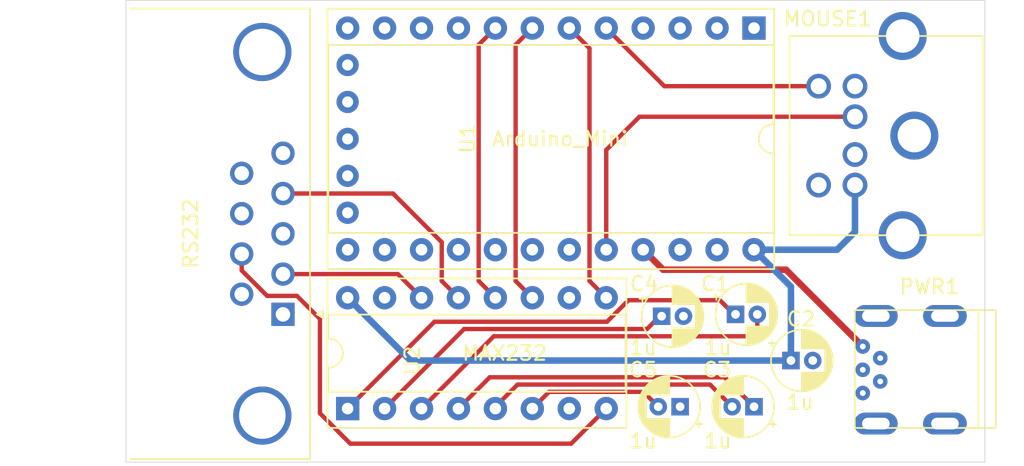
<source format=kicad_pcb>
(kicad_pcb (version 20171130) (host pcbnew 5.1.7)

  (general
    (thickness 1.6)
    (drawings 4)
    (tracks 61)
    (zones 0)
    (modules 10)
    (nets 18)
  )

  (page A4)
  (title_block
    (title "PS/2 to Serial Mouse Adapter")
    (date 2020-11-21)
    (rev 0.5)
    (company Necroware)
    (comment 1 "by Scorp")
  )

  (layers
    (0 F.Cu signal)
    (31 B.Cu signal)
    (32 B.Adhes user)
    (33 F.Adhes user)
    (34 B.Paste user)
    (35 F.Paste user)
    (36 B.SilkS user)
    (37 F.SilkS user)
    (38 B.Mask user)
    (39 F.Mask user)
    (40 Dwgs.User user)
    (41 Cmts.User user)
    (42 Eco1.User user)
    (43 Eco2.User user)
    (44 Edge.Cuts user)
    (45 Margin user)
    (46 B.CrtYd user)
    (47 F.CrtYd user)
    (48 B.Fab user)
    (49 F.Fab user)
  )

  (setup
    (last_trace_width 0.3)
    (trace_clearance 0.2)
    (zone_clearance 0.508)
    (zone_45_only no)
    (trace_min 0.2)
    (via_size 0.8)
    (via_drill 0.4)
    (via_min_size 0.4)
    (via_min_drill 0.3)
    (uvia_size 0.3)
    (uvia_drill 0.1)
    (uvias_allowed no)
    (uvia_min_size 0.2)
    (uvia_min_drill 0.1)
    (edge_width 0.05)
    (segment_width 0.2)
    (pcb_text_width 0.3)
    (pcb_text_size 1.5 1.5)
    (mod_edge_width 0.12)
    (mod_text_size 1 1)
    (mod_text_width 0.15)
    (pad_size 1.524 1.524)
    (pad_drill 0.762)
    (pad_to_mask_clearance 0)
    (aux_axis_origin 0 0)
    (grid_origin 104.14 62.23)
    (visible_elements FFFFFF7F)
    (pcbplotparams
      (layerselection 0x010fc_ffffffff)
      (usegerberextensions false)
      (usegerberattributes true)
      (usegerberadvancedattributes true)
      (creategerberjobfile true)
      (excludeedgelayer true)
      (linewidth 0.100000)
      (plotframeref false)
      (viasonmask false)
      (mode 1)
      (useauxorigin false)
      (hpglpennumber 1)
      (hpglpenspeed 20)
      (hpglpendiameter 15.000000)
      (psnegative false)
      (psa4output false)
      (plotreference true)
      (plotvalue true)
      (plotinvisibletext false)
      (padsonsilk false)
      (subtractmaskfromsilk false)
      (outputformat 1)
      (mirror false)
      (drillshape 1)
      (scaleselection 1)
      (outputdirectory ""))
  )

  (net 0 "")
  (net 1 "Net-(C1-Pad2)")
  (net 2 "Net-(C1-Pad1)")
  (net 3 GND)
  (net 4 "Net-(C2-Pad1)")
  (net 5 "Net-(C3-Pad2)")
  (net 6 "Net-(C3-Pad1)")
  (net 7 "Net-(C4-Pad1)")
  (net 8 "Net-(C5-Pad2)")
  (net 9 VCC)
  (net 10 CLK)
  (net 11 DATA)
  (net 12 TX)
  (net 13 DTS)
  (net 14 RTS)
  (net 15 "Net-(RS232-Pad7)")
  (net 16 "Net-(RS232-Pad4)")
  (net 17 "Net-(RS232-Pad2)")

  (net_class Default "This is the default net class."
    (clearance 0.2)
    (trace_width 0.3)
    (via_dia 0.8)
    (via_drill 0.4)
    (uvia_dia 0.3)
    (uvia_drill 0.1)
    (add_net CLK)
    (add_net DATA)
    (add_net DTS)
    (add_net "Net-(C1-Pad1)")
    (add_net "Net-(C1-Pad2)")
    (add_net "Net-(C3-Pad1)")
    (add_net "Net-(C3-Pad2)")
    (add_net "Net-(C4-Pad1)")
    (add_net "Net-(C5-Pad2)")
    (add_net "Net-(MOUSE1-Pad2)")
    (add_net "Net-(MOUSE1-Pad6)")
    (add_net "Net-(PWR1-Pad2)")
    (add_net "Net-(PWR1-Pad3)")
    (add_net "Net-(PWR1-Pad4)")
    (add_net "Net-(RS232-Pad1)")
    (add_net "Net-(RS232-Pad2)")
    (add_net "Net-(RS232-Pad3)")
    (add_net "Net-(RS232-Pad4)")
    (add_net "Net-(RS232-Pad6)")
    (add_net "Net-(RS232-Pad7)")
    (add_net "Net-(RS232-Pad8)")
    (add_net "Net-(RS232-Pad9)")
    (add_net "Net-(U1-Pad1)")
    (add_net "Net-(U1-Pad10)")
    (add_net "Net-(U1-Pad11)")
    (add_net "Net-(U1-Pad12)")
    (add_net "Net-(U1-Pad13)")
    (add_net "Net-(U1-Pad14)")
    (add_net "Net-(U1-Pad15)")
    (add_net "Net-(U1-Pad16)")
    (add_net "Net-(U1-Pad17)")
    (add_net "Net-(U1-Pad18)")
    (add_net "Net-(U1-Pad19)")
    (add_net "Net-(U1-Pad2)")
    (add_net "Net-(U1-Pad22)")
    (add_net "Net-(U1-Pad26)")
    (add_net "Net-(U1-Pad27)")
    (add_net "Net-(U1-Pad28)")
    (add_net "Net-(U1-Pad29)")
    (add_net "Net-(U1-Pad3)")
    (add_net "Net-(U1-Pad9)")
    (add_net "Net-(U2-Pad10)")
    (add_net "Net-(U2-Pad7)")
    (add_net RTS)
    (add_net TX)
  )

  (net_class Power ""
    (clearance 0.3)
    (trace_width 0.45)
    (via_dia 0.8)
    (via_drill 0.4)
    (uvia_dia 0.3)
    (uvia_drill 0.1)
    (add_net GND)
    (add_net "Net-(C2-Pad1)")
    (add_net VCC)
  )

  (module MyLibrary:Mini_DIN_6_LCSC_C77848 (layer F.Cu) (tedit 5FB9268E) (tstamp 5FB96F6A)
    (at 135.255 64.77 90)
    (path /5FBA6BF7)
    (fp_text reference MOUSE1 (at 11.43 0.635 180) (layer F.SilkS)
      (effects (font (size 1 1) (thickness 0.15)))
    )
    (fp_text value Mini-DIN-6 (at 4 13 90) (layer F.Fab)
      (effects (font (size 1 1) (thickness 0.15)))
    )
    (fp_line (start -3.45 -2) (end -3.45 11.28) (layer F.SilkS) (width 0.12))
    (fp_line (start 10.25 11.28) (end -3.45 11.28) (layer F.SilkS) (width 0.12))
    (fp_line (start 10.25 -2) (end 10.25 11.28) (layer F.SilkS) (width 0.12))
    (fp_line (start -3.45 -2) (end 10.25 -2) (layer F.SilkS) (width 0.12))
    (pad 7 thru_hole circle (at 10.25 5.78 90) (size 3.3 3.3) (drill 2.3) (layers *.Cu *.Mask)
      (net 3 GND))
    (pad 7 thru_hole circle (at -3.45 5.78 90) (size 3.3 3.3) (drill 2.3) (layers *.Cu *.Mask)
      (net 3 GND))
    (pad 7 thru_hole circle (at 3.4 6.58 90) (size 3.3 3.3) (drill 2.3) (layers *.Cu *.Mask)
      (net 3 GND))
    (pad 1 thru_hole circle (at 4.7 2.5 90) (size 1.7 1.7) (drill 1.1) (layers *.Cu *.Mask)
      (net 11 DATA))
    (pad 2 thru_hole circle (at 2.1 2.5 90) (size 1.7 1.7) (drill 1.1) (layers *.Cu *.Mask))
    (pad 3 thru_hole circle (at 6.8 2.5 90) (size 1.7 1.7) (drill 1.1) (layers *.Cu *.Mask)
      (net 3 GND))
    (pad 5 thru_hole circle (at 6.8 0 90) (size 1.7 1.7) (drill 1.1) (layers *.Cu *.Mask)
      (net 10 CLK))
    (pad 4 thru_hole circle (at 0 2.5 90) (size 1.7 1.7) (drill 1.1) (layers *.Cu *.Mask)
      (net 4 "Net-(C2-Pad1)"))
    (pad 6 thru_hole circle (at 0 0 90) (size 1.7 1.7) (drill 1.1) (layers *.Cu *.Mask))
  )

  (module MyLibrary:Arduino_Mini (layer F.Cu) (tedit 5FB85749) (tstamp 5FBAFFE2)
    (at 130.81 53.975 270)
    (descr "24-lead though-hole mounted DIP package, row spacing 15.24 mm (600 mils), Socket")
    (tags "THT DIP DIL PDIP 2.54mm 15.24mm 600mil Socket")
    (path /5FBA0BED)
    (fp_text reference U1 (at 7.62 19.685 90) (layer F.SilkS)
      (effects (font (size 1 1) (thickness 0.15)))
    )
    (fp_text value Arduino_Mini (at 7.62 13.335 180) (layer F.SilkS)
      (effects (font (size 1 1) (thickness 0.15)))
    )
    (fp_text user %R (at 7.62 13.97 90) (layer F.Fab) hide
      (effects (font (size 1 1) (thickness 0.15)))
    )
    (fp_arc (start 7.62 -1.33) (end 6.62 -1.33) (angle -180) (layer F.SilkS) (width 0.12))
    (fp_line (start 16.8 -1.6) (end -1.55 -1.6) (layer F.CrtYd) (width 0.05))
    (fp_line (start 16.8 29.55) (end 16.8 -1.6) (layer F.CrtYd) (width 0.05))
    (fp_line (start -1.55 29.55) (end 16.8 29.55) (layer F.CrtYd) (width 0.05))
    (fp_line (start -1.55 -1.6) (end -1.55 29.55) (layer F.CrtYd) (width 0.05))
    (fp_line (start 16.57 -1.39) (end -1.33 -1.39) (layer F.SilkS) (width 0.12))
    (fp_line (start 16.57 29.33) (end 16.57 -1.39) (layer F.SilkS) (width 0.12))
    (fp_line (start -1.33 29.33) (end 16.57 29.33) (layer F.SilkS) (width 0.12))
    (fp_line (start -1.33 -1.39) (end -1.33 29.33) (layer F.SilkS) (width 0.12))
    (fp_line (start 14.08 -1.33) (end 8.62 -1.33) (layer F.SilkS) (width 0.12))
    (fp_line (start 14.08 29.27) (end 14.08 -1.33) (layer F.SilkS) (width 0.12))
    (fp_line (start 1.16 29.27) (end 14.08 29.27) (layer F.SilkS) (width 0.12))
    (fp_line (start 1.16 -1.33) (end 1.16 29.27) (layer F.SilkS) (width 0.12))
    (fp_line (start 6.62 -1.33) (end 1.16 -1.33) (layer F.SilkS) (width 0.12))
    (fp_line (start 16.51 -1.33) (end -1.27 -1.33) (layer F.Fab) (width 0.1))
    (fp_line (start 16.51 29.27) (end 16.51 -1.33) (layer F.Fab) (width 0.1))
    (fp_line (start -1.27 29.27) (end 16.51 29.27) (layer F.Fab) (width 0.1))
    (fp_line (start -1.27 -1.33) (end -1.27 29.27) (layer F.Fab) (width 0.1))
    (fp_line (start 0.255 -0.27) (end 1.255 -1.27) (layer F.Fab) (width 0.1))
    (fp_line (start 0.255 29.21) (end 0.255 -0.27) (layer F.Fab) (width 0.1))
    (fp_line (start 14.985 29.21) (end 0.255 29.21) (layer F.Fab) (width 0.1))
    (fp_line (start 14.985 -1.27) (end 14.985 29.21) (layer F.Fab) (width 0.1))
    (fp_line (start 1.255 -1.27) (end 14.985 -1.27) (layer F.Fab) (width 0.1))
    (pad 29 thru_hole circle (at 12.7 27.94 270) (size 1.524 1.524) (drill 0.762) (layers *.Cu *.Mask))
    (pad 28 thru_hole circle (at 10.16 27.94 270) (size 1.524 1.524) (drill 0.762) (layers *.Cu *.Mask))
    (pad 27 thru_hole circle (at 7.62 27.94 270) (size 1.524 1.524) (drill 0.762) (layers *.Cu *.Mask))
    (pad 26 thru_hole circle (at 5.08 27.94 270) (size 1.524 1.524) (drill 0.762) (layers *.Cu *.Mask))
    (pad 25 thru_hole circle (at 2.54 27.94 270) (size 1.524 1.524) (drill 0.762) (layers *.Cu *.Mask)
      (net 3 GND))
    (pad 24 thru_hole oval (at 15.24 0 270) (size 1.6 1.6) (drill 0.8) (layers *.Cu *.Mask)
      (net 4 "Net-(C2-Pad1)"))
    (pad 12 thru_hole oval (at 0 27.94 270) (size 1.6 1.6) (drill 0.8) (layers *.Cu *.Mask))
    (pad 23 thru_hole oval (at 15.24 2.54 270) (size 1.6 1.6) (drill 0.8) (layers *.Cu *.Mask)
      (net 3 GND))
    (pad 11 thru_hole oval (at 0 25.4 270) (size 1.6 1.6) (drill 0.8) (layers *.Cu *.Mask))
    (pad 22 thru_hole oval (at 15.24 5.08 270) (size 1.6 1.6) (drill 0.8) (layers *.Cu *.Mask))
    (pad 10 thru_hole oval (at 0 22.86 270) (size 1.6 1.6) (drill 0.8) (layers *.Cu *.Mask))
    (pad 21 thru_hole oval (at 15.24 7.62 270) (size 1.6 1.6) (drill 0.8) (layers *.Cu *.Mask)
      (net 9 VCC))
    (pad 9 thru_hole oval (at 0 20.32 270) (size 1.6 1.6) (drill 0.8) (layers *.Cu *.Mask))
    (pad 20 thru_hole oval (at 15.24 10.16 270) (size 1.6 1.6) (drill 0.8) (layers *.Cu *.Mask)
      (net 11 DATA))
    (pad 8 thru_hole oval (at 0 17.78 270) (size 1.6 1.6) (drill 0.8) (layers *.Cu *.Mask)
      (net 13 DTS))
    (pad 19 thru_hole oval (at 15.24 12.7 270) (size 1.6 1.6) (drill 0.8) (layers *.Cu *.Mask))
    (pad 7 thru_hole oval (at 0 15.24 270) (size 1.6 1.6) (drill 0.8) (layers *.Cu *.Mask)
      (net 12 TX))
    (pad 18 thru_hole oval (at 15.24 15.24 270) (size 1.6 1.6) (drill 0.8) (layers *.Cu *.Mask))
    (pad 6 thru_hole oval (at 0 12.7 270) (size 1.6 1.6) (drill 0.8) (layers *.Cu *.Mask)
      (net 14 RTS))
    (pad 17 thru_hole oval (at 15.24 17.78 270) (size 1.6 1.6) (drill 0.8) (layers *.Cu *.Mask))
    (pad 5 thru_hole oval (at 0 10.16 270) (size 1.6 1.6) (drill 0.8) (layers *.Cu *.Mask)
      (net 10 CLK))
    (pad 16 thru_hole oval (at 15.24 20.32 270) (size 1.6 1.6) (drill 0.8) (layers *.Cu *.Mask))
    (pad 4 thru_hole oval (at 0 7.62 270) (size 1.6 1.6) (drill 0.8) (layers *.Cu *.Mask)
      (net 3 GND))
    (pad 15 thru_hole oval (at 15.24 22.86 270) (size 1.6 1.6) (drill 0.8) (layers *.Cu *.Mask))
    (pad 3 thru_hole oval (at 0 5.08 270) (size 1.6 1.6) (drill 0.8) (layers *.Cu *.Mask))
    (pad 14 thru_hole oval (at 15.24 25.4 270) (size 1.6 1.6) (drill 0.8) (layers *.Cu *.Mask))
    (pad 2 thru_hole oval (at 0 2.54 270) (size 1.6 1.6) (drill 0.8) (layers *.Cu *.Mask))
    (pad 13 thru_hole oval (at 15.24 27.94 270) (size 1.6 1.6) (drill 0.8) (layers *.Cu *.Mask))
    (pad 1 thru_hole rect (at 0 0 270) (size 1.6 1.6) (drill 0.8) (layers *.Cu *.Mask))
    (model ${KISYS3DMOD}/Package_DIP.3dshapes/DIP-24_W15.24mm_Socket.wrl
      (at (xyz 0 0 0))
      (scale (xyz 1 1 1))
      (rotate (xyz 0 0 0))
    )
  )

  (module Package_DIP:DIP-16_W7.62mm_Socket (layer F.Cu) (tedit 5A02E8C5) (tstamp 5FBA8357)
    (at 102.87 80.137 90)
    (descr "16-lead though-hole mounted DIP package, row spacing 7.62 mm (300 mils), Socket")
    (tags "THT DIP DIL PDIP 2.54mm 7.62mm 300mil Socket")
    (path /5FBA2EB0)
    (fp_text reference U2 (at 3.302 4.445 90) (layer F.SilkS)
      (effects (font (size 1 1) (thickness 0.15)))
    )
    (fp_text value MAX232 (at 3.81 10.795) (layer F.SilkS)
      (effects (font (size 1 1) (thickness 0.15)))
    )
    (fp_text user %R (at 3.81 9.525 90) (layer F.Fab) hide
      (effects (font (size 1 1) (thickness 0.15)))
    )
    (fp_arc (start 3.81 -1.33) (end 2.81 -1.33) (angle -180) (layer F.SilkS) (width 0.12))
    (fp_line (start 1.635 -1.27) (end 6.985 -1.27) (layer F.Fab) (width 0.1))
    (fp_line (start 6.985 -1.27) (end 6.985 19.05) (layer F.Fab) (width 0.1))
    (fp_line (start 6.985 19.05) (end 0.635 19.05) (layer F.Fab) (width 0.1))
    (fp_line (start 0.635 19.05) (end 0.635 -0.27) (layer F.Fab) (width 0.1))
    (fp_line (start 0.635 -0.27) (end 1.635 -1.27) (layer F.Fab) (width 0.1))
    (fp_line (start -1.27 -1.33) (end -1.27 19.11) (layer F.Fab) (width 0.1))
    (fp_line (start -1.27 19.11) (end 8.89 19.11) (layer F.Fab) (width 0.1))
    (fp_line (start 8.89 19.11) (end 8.89 -1.33) (layer F.Fab) (width 0.1))
    (fp_line (start 8.89 -1.33) (end -1.27 -1.33) (layer F.Fab) (width 0.1))
    (fp_line (start 2.81 -1.33) (end 1.16 -1.33) (layer F.SilkS) (width 0.12))
    (fp_line (start 1.16 -1.33) (end 1.16 19.11) (layer F.SilkS) (width 0.12))
    (fp_line (start 1.16 19.11) (end 6.46 19.11) (layer F.SilkS) (width 0.12))
    (fp_line (start 6.46 19.11) (end 6.46 -1.33) (layer F.SilkS) (width 0.12))
    (fp_line (start 6.46 -1.33) (end 4.81 -1.33) (layer F.SilkS) (width 0.12))
    (fp_line (start -1.33 -1.39) (end -1.33 19.17) (layer F.SilkS) (width 0.12))
    (fp_line (start -1.33 19.17) (end 8.95 19.17) (layer F.SilkS) (width 0.12))
    (fp_line (start 8.95 19.17) (end 8.95 -1.39) (layer F.SilkS) (width 0.12))
    (fp_line (start 8.95 -1.39) (end -1.33 -1.39) (layer F.SilkS) (width 0.12))
    (fp_line (start -1.55 -1.6) (end -1.55 19.4) (layer F.CrtYd) (width 0.05))
    (fp_line (start -1.55 19.4) (end 9.15 19.4) (layer F.CrtYd) (width 0.05))
    (fp_line (start 9.15 19.4) (end 9.15 -1.6) (layer F.CrtYd) (width 0.05))
    (fp_line (start 9.15 -1.6) (end -1.55 -1.6) (layer F.CrtYd) (width 0.05))
    (pad 16 thru_hole oval (at 7.62 0 90) (size 1.6 1.6) (drill 0.8) (layers *.Cu *.Mask)
      (net 4 "Net-(C2-Pad1)"))
    (pad 8 thru_hole oval (at 0 17.78 90) (size 1.6 1.6) (drill 0.8) (layers *.Cu *.Mask)
      (net 15 "Net-(RS232-Pad7)"))
    (pad 15 thru_hole oval (at 7.62 2.54 90) (size 1.6 1.6) (drill 0.8) (layers *.Cu *.Mask)
      (net 3 GND))
    (pad 7 thru_hole oval (at 0 15.24 90) (size 1.6 1.6) (drill 0.8) (layers *.Cu *.Mask))
    (pad 14 thru_hole oval (at 7.62 5.08 90) (size 1.6 1.6) (drill 0.8) (layers *.Cu *.Mask)
      (net 17 "Net-(RS232-Pad2)"))
    (pad 6 thru_hole oval (at 0 12.7 90) (size 1.6 1.6) (drill 0.8) (layers *.Cu *.Mask)
      (net 8 "Net-(C5-Pad2)"))
    (pad 13 thru_hole oval (at 7.62 7.62 90) (size 1.6 1.6) (drill 0.8) (layers *.Cu *.Mask)
      (net 16 "Net-(RS232-Pad4)"))
    (pad 5 thru_hole oval (at 0 10.16 90) (size 1.6 1.6) (drill 0.8) (layers *.Cu *.Mask)
      (net 5 "Net-(C3-Pad2)"))
    (pad 12 thru_hole oval (at 7.62 10.16 90) (size 1.6 1.6) (drill 0.8) (layers *.Cu *.Mask)
      (net 13 DTS))
    (pad 4 thru_hole oval (at 0 7.62 90) (size 1.6 1.6) (drill 0.8) (layers *.Cu *.Mask)
      (net 6 "Net-(C3-Pad1)"))
    (pad 11 thru_hole oval (at 7.62 12.7 90) (size 1.6 1.6) (drill 0.8) (layers *.Cu *.Mask)
      (net 12 TX))
    (pad 3 thru_hole oval (at 0 5.08 90) (size 1.6 1.6) (drill 0.8) (layers *.Cu *.Mask)
      (net 1 "Net-(C1-Pad2)"))
    (pad 10 thru_hole oval (at 7.62 15.24 90) (size 1.6 1.6) (drill 0.8) (layers *.Cu *.Mask))
    (pad 2 thru_hole oval (at 0 2.54 90) (size 1.6 1.6) (drill 0.8) (layers *.Cu *.Mask)
      (net 7 "Net-(C4-Pad1)"))
    (pad 9 thru_hole oval (at 7.62 17.78 90) (size 1.6 1.6) (drill 0.8) (layers *.Cu *.Mask)
      (net 14 RTS))
    (pad 1 thru_hole rect (at 0 0 90) (size 1.6 1.6) (drill 0.8) (layers *.Cu *.Mask)
      (net 2 "Net-(C1-Pad1)"))
    (model ${KISYS3DMOD}/Package_DIP.3dshapes/DIP-16_W7.62mm_Socket.wrl
      (at (xyz 0 0 0))
      (scale (xyz 1 1 1))
      (rotate (xyz 0 0 0))
    )
  )

  (module Connector_Dsub:DSUB-9_Female_Horizontal_P2.77x2.84mm_EdgePinOffset7.70mm_Housed_MountingHolesOffset9.12mm (layer F.Cu) (tedit 59FEDEE2) (tstamp 5FB96F9E)
    (at 98.425 73.66 270)
    (descr "9-pin D-Sub connector, horizontal/angled (90 deg), THT-mount, female, pitch 2.77x2.84mm, pin-PCB-offset 7.699999999999999mm, distance of mounting holes 25mm, distance of mounting holes to PCB edge 9.12mm, see https://disti-assets.s3.amazonaws.com/tonar/files/datasheets/16730.pdf")
    (tags "9-pin D-Sub connector horizontal angled 90deg THT female pitch 2.77x2.84mm pin-PCB-offset 7.699999999999999mm mounting-holes-distance 25mm mounting-hole-offset 25mm")
    (path /5FBA566F)
    (fp_text reference RS232 (at -5.54 6.35 90) (layer F.SilkS)
      (effects (font (size 1 1) (thickness 0.15)))
    )
    (fp_text value DB9_Female (at -5.54 18.61 90) (layer F.Fab)
      (effects (font (size 1 1) (thickness 0.15)))
    )
    (fp_text user %R (at -5.54 14.025 90) (layer F.Fab)
      (effects (font (size 1 1) (thickness 0.15)))
    )
    (fp_arc (start 6.96 1.42) (end 5.36 1.42) (angle 180) (layer F.Fab) (width 0.1))
    (fp_arc (start -18.04 1.42) (end -19.64 1.42) (angle 180) (layer F.Fab) (width 0.1))
    (fp_line (start -20.965 -1.8) (end -20.965 10.54) (layer F.Fab) (width 0.1))
    (fp_line (start -20.965 10.54) (end 9.885 10.54) (layer F.Fab) (width 0.1))
    (fp_line (start 9.885 10.54) (end 9.885 -1.8) (layer F.Fab) (width 0.1))
    (fp_line (start 9.885 -1.8) (end -20.965 -1.8) (layer F.Fab) (width 0.1))
    (fp_line (start -20.965 10.54) (end -20.965 10.94) (layer F.Fab) (width 0.1))
    (fp_line (start -20.965 10.94) (end 9.885 10.94) (layer F.Fab) (width 0.1))
    (fp_line (start 9.885 10.94) (end 9.885 10.54) (layer F.Fab) (width 0.1))
    (fp_line (start 9.885 10.54) (end -20.965 10.54) (layer F.Fab) (width 0.1))
    (fp_line (start -13.69 10.94) (end -13.69 17.11) (layer F.Fab) (width 0.1))
    (fp_line (start -13.69 17.11) (end 2.61 17.11) (layer F.Fab) (width 0.1))
    (fp_line (start 2.61 17.11) (end 2.61 10.94) (layer F.Fab) (width 0.1))
    (fp_line (start 2.61 10.94) (end -13.69 10.94) (layer F.Fab) (width 0.1))
    (fp_line (start -20.54 10.94) (end -20.54 15.94) (layer F.Fab) (width 0.1))
    (fp_line (start -20.54 15.94) (end -15.54 15.94) (layer F.Fab) (width 0.1))
    (fp_line (start -15.54 15.94) (end -15.54 10.94) (layer F.Fab) (width 0.1))
    (fp_line (start -15.54 10.94) (end -20.54 10.94) (layer F.Fab) (width 0.1))
    (fp_line (start 4.46 10.94) (end 4.46 15.94) (layer F.Fab) (width 0.1))
    (fp_line (start 4.46 15.94) (end 9.46 15.94) (layer F.Fab) (width 0.1))
    (fp_line (start 9.46 15.94) (end 9.46 10.94) (layer F.Fab) (width 0.1))
    (fp_line (start 9.46 10.94) (end 4.46 10.94) (layer F.Fab) (width 0.1))
    (fp_line (start -19.64 10.54) (end -19.64 1.42) (layer F.Fab) (width 0.1))
    (fp_line (start -16.44 10.54) (end -16.44 1.42) (layer F.Fab) (width 0.1))
    (fp_line (start 5.36 10.54) (end 5.36 1.42) (layer F.Fab) (width 0.1))
    (fp_line (start 8.56 10.54) (end 8.56 1.42) (layer F.Fab) (width 0.1))
    (fp_line (start -21.025 10.48) (end -21.025 -1.86) (layer F.SilkS) (width 0.12))
    (fp_line (start -21.025 -1.86) (end 9.945 -1.86) (layer F.SilkS) (width 0.12))
    (fp_line (start 9.945 -1.86) (end 9.945 10.48) (layer F.SilkS) (width 0.12))
    (fp_line (start -0.25 -2.754338) (end 0.25 -2.754338) (layer F.SilkS) (width 0.12))
    (fp_line (start 0.25 -2.754338) (end 0 -2.321325) (layer F.SilkS) (width 0.12))
    (fp_line (start 0 -2.321325) (end -0.25 -2.754338) (layer F.SilkS) (width 0.12))
    (fp_line (start -21.5 -2.35) (end -21.5 17.65) (layer F.CrtYd) (width 0.05))
    (fp_line (start -21.5 17.65) (end 10.4 17.65) (layer F.CrtYd) (width 0.05))
    (fp_line (start 10.4 17.65) (end 10.4 -2.35) (layer F.CrtYd) (width 0.05))
    (fp_line (start 10.4 -2.35) (end -21.5 -2.35) (layer F.CrtYd) (width 0.05))
    (pad 0 thru_hole circle (at 6.96 1.42 270) (size 4 4) (drill 3.2) (layers *.Cu *.Mask))
    (pad 0 thru_hole circle (at -18.04 1.42 270) (size 4 4) (drill 3.2) (layers *.Cu *.Mask))
    (pad 9 thru_hole circle (at -9.695 2.84 270) (size 1.6 1.6) (drill 1) (layers *.Cu *.Mask))
    (pad 8 thru_hole circle (at -6.925 2.84 270) (size 1.6 1.6) (drill 1) (layers *.Cu *.Mask))
    (pad 7 thru_hole circle (at -4.155 2.84 270) (size 1.6 1.6) (drill 1) (layers *.Cu *.Mask)
      (net 15 "Net-(RS232-Pad7)"))
    (pad 6 thru_hole circle (at -1.385 2.84 270) (size 1.6 1.6) (drill 1) (layers *.Cu *.Mask))
    (pad 5 thru_hole circle (at -11.08 0 270) (size 1.6 1.6) (drill 1) (layers *.Cu *.Mask)
      (net 3 GND))
    (pad 4 thru_hole circle (at -8.31 0 270) (size 1.6 1.6) (drill 1) (layers *.Cu *.Mask)
      (net 16 "Net-(RS232-Pad4)"))
    (pad 3 thru_hole circle (at -5.54 0 270) (size 1.6 1.6) (drill 1) (layers *.Cu *.Mask))
    (pad 2 thru_hole circle (at -2.77 0 270) (size 1.6 1.6) (drill 1) (layers *.Cu *.Mask)
      (net 17 "Net-(RS232-Pad2)"))
    (pad 1 thru_hole rect (at 0 0 270) (size 1.6 1.6) (drill 1) (layers *.Cu *.Mask))
    (model ${KISYS3DMOD}/Connector_Dsub.3dshapes/DSUB-9_Female_Horizontal_P2.77x2.84mm_EdgePinOffset7.70mm_Housed_MountingHolesOffset9.12mm.wrl
      (at (xyz 0 0 0))
      (scale (xyz 1 1 1))
      (rotate (xyz 0 0 0))
    )
  )

  (module MyLibrary:USB_Mini-B-Jing_Extension_LSCS_C46398 (layer F.Cu) (tedit 5FA53426) (tstamp 5FB96F2C)
    (at 142.24 77.47 270)
    (path /5FBBA6CF)
    (fp_text reference PWR1 (at -5.715 -0.635 180) (layer F.SilkS)
      (effects (font (size 1 1) (thickness 0.15)))
    )
    (fp_text value USB_B_Mini (at 0 -6.3 90) (layer F.Fab)
      (effects (font (size 1 1) (thickness 0.15)))
    )
    (fp_line (start -4.1 -5.2) (end 4 -5.2) (layer F.SilkS) (width 0.12))
    (fp_line (start -4.1 4.5) (end -4.1 -5.2) (layer F.SilkS) (width 0.12))
    (fp_line (start 4 4.5) (end -4.1 4.5) (layer F.SilkS) (width 0.12))
    (fp_line (start 4 -5.2) (end 4 4.5) (layer F.SilkS) (width 0.12))
    (fp_line (start 4 -4) (end -4.1 -4) (layer F.SilkS) (width 0.12))
    (pad 2 thru_hole circle (at -0.8 2.75 180) (size 1 1) (drill 0.4) (layers *.Cu *.Mask))
    (pad 4 thru_hole circle (at 0.8 2.75 180) (size 1 1) (drill 0.4) (layers *.Cu *.Mask))
    (pad 5 thru_hole circle (at 1.6 3.95 180) (size 1 1) (drill 0.4) (layers *.Cu *.Mask)
      (net 3 GND))
    (pad 1 thru_hole circle (at -1.6 3.95 180) (size 1 1) (drill 0.4) (layers *.Cu *.Mask)
      (net 9 VCC))
    (pad 3 thru_hole circle (at 0 3.95 180) (size 1 1) (drill 0.4) (layers *.Cu *.Mask))
    (pad 6 thru_hole oval (at 3.7 3.05 180) (size 3 1.5) (drill oval 1.9 0.8) (layers *.Cu *.Mask)
      (net 3 GND))
    (pad 6 thru_hole oval (at -3.7 3.05 180) (size 3 1.5) (drill oval 1.9 0.8) (layers *.Cu *.Mask)
      (net 3 GND))
    (pad 6 thru_hole oval (at -3.7 -1.7 180) (size 3 1.5) (drill oval 1.9 0.8) (layers *.Cu *.Mask)
      (net 3 GND))
    (pad 6 thru_hole oval (at 3.7 -1.7 180) (size 3 1.5) (drill oval 1.9 0.8) (layers *.Cu *.Mask)
      (net 3 GND))
  )

  (module Capacitor_THT:CP_Radial_D4.0mm_P1.50mm (layer F.Cu) (tedit 5AE50EF0) (tstamp 5FB96F1A)
    (at 125.73 80.01 180)
    (descr "CP, Radial series, Radial, pin pitch=1.50mm, , diameter=4mm, Electrolytic Capacitor")
    (tags "CP Radial series Radial pin pitch 1.50mm  diameter 4mm Electrolytic Capacitor")
    (path /5FBAAF60)
    (fp_text reference C5 (at 2.54 2.54) (layer F.SilkS)
      (effects (font (size 1 1) (thickness 0.15)))
    )
    (fp_text value 1u (at 2.54 -2.3495) (layer F.SilkS)
      (effects (font (size 1 1) (thickness 0.15)))
    )
    (fp_text user %R (at 0.75 0) (layer F.Fab) hide
      (effects (font (size 0.8 0.8) (thickness 0.12)))
    )
    (fp_circle (center 0.75 0) (end 2.75 0) (layer F.Fab) (width 0.1))
    (fp_circle (center 0.75 0) (end 2.87 0) (layer F.SilkS) (width 0.12))
    (fp_circle (center 0.75 0) (end 3 0) (layer F.CrtYd) (width 0.05))
    (fp_line (start -0.952554 -0.8675) (end -0.552554 -0.8675) (layer F.Fab) (width 0.1))
    (fp_line (start -0.752554 -1.0675) (end -0.752554 -0.6675) (layer F.Fab) (width 0.1))
    (fp_line (start 0.75 0.84) (end 0.75 2.08) (layer F.SilkS) (width 0.12))
    (fp_line (start 0.75 -2.08) (end 0.75 -0.84) (layer F.SilkS) (width 0.12))
    (fp_line (start 0.79 0.84) (end 0.79 2.08) (layer F.SilkS) (width 0.12))
    (fp_line (start 0.79 -2.08) (end 0.79 -0.84) (layer F.SilkS) (width 0.12))
    (fp_line (start 0.83 0.84) (end 0.83 2.079) (layer F.SilkS) (width 0.12))
    (fp_line (start 0.83 -2.079) (end 0.83 -0.84) (layer F.SilkS) (width 0.12))
    (fp_line (start 0.87 -2.077) (end 0.87 -0.84) (layer F.SilkS) (width 0.12))
    (fp_line (start 0.87 0.84) (end 0.87 2.077) (layer F.SilkS) (width 0.12))
    (fp_line (start 0.91 -2.074) (end 0.91 -0.84) (layer F.SilkS) (width 0.12))
    (fp_line (start 0.91 0.84) (end 0.91 2.074) (layer F.SilkS) (width 0.12))
    (fp_line (start 0.95 -2.071) (end 0.95 -0.84) (layer F.SilkS) (width 0.12))
    (fp_line (start 0.95 0.84) (end 0.95 2.071) (layer F.SilkS) (width 0.12))
    (fp_line (start 0.99 -2.067) (end 0.99 -0.84) (layer F.SilkS) (width 0.12))
    (fp_line (start 0.99 0.84) (end 0.99 2.067) (layer F.SilkS) (width 0.12))
    (fp_line (start 1.03 -2.062) (end 1.03 -0.84) (layer F.SilkS) (width 0.12))
    (fp_line (start 1.03 0.84) (end 1.03 2.062) (layer F.SilkS) (width 0.12))
    (fp_line (start 1.07 -2.056) (end 1.07 -0.84) (layer F.SilkS) (width 0.12))
    (fp_line (start 1.07 0.84) (end 1.07 2.056) (layer F.SilkS) (width 0.12))
    (fp_line (start 1.11 -2.05) (end 1.11 -0.84) (layer F.SilkS) (width 0.12))
    (fp_line (start 1.11 0.84) (end 1.11 2.05) (layer F.SilkS) (width 0.12))
    (fp_line (start 1.15 -2.042) (end 1.15 -0.84) (layer F.SilkS) (width 0.12))
    (fp_line (start 1.15 0.84) (end 1.15 2.042) (layer F.SilkS) (width 0.12))
    (fp_line (start 1.19 -2.034) (end 1.19 -0.84) (layer F.SilkS) (width 0.12))
    (fp_line (start 1.19 0.84) (end 1.19 2.034) (layer F.SilkS) (width 0.12))
    (fp_line (start 1.23 -2.025) (end 1.23 -0.84) (layer F.SilkS) (width 0.12))
    (fp_line (start 1.23 0.84) (end 1.23 2.025) (layer F.SilkS) (width 0.12))
    (fp_line (start 1.27 -2.016) (end 1.27 -0.84) (layer F.SilkS) (width 0.12))
    (fp_line (start 1.27 0.84) (end 1.27 2.016) (layer F.SilkS) (width 0.12))
    (fp_line (start 1.31 -2.005) (end 1.31 -0.84) (layer F.SilkS) (width 0.12))
    (fp_line (start 1.31 0.84) (end 1.31 2.005) (layer F.SilkS) (width 0.12))
    (fp_line (start 1.35 -1.994) (end 1.35 -0.84) (layer F.SilkS) (width 0.12))
    (fp_line (start 1.35 0.84) (end 1.35 1.994) (layer F.SilkS) (width 0.12))
    (fp_line (start 1.39 -1.982) (end 1.39 -0.84) (layer F.SilkS) (width 0.12))
    (fp_line (start 1.39 0.84) (end 1.39 1.982) (layer F.SilkS) (width 0.12))
    (fp_line (start 1.43 -1.968) (end 1.43 -0.84) (layer F.SilkS) (width 0.12))
    (fp_line (start 1.43 0.84) (end 1.43 1.968) (layer F.SilkS) (width 0.12))
    (fp_line (start 1.471 -1.954) (end 1.471 -0.84) (layer F.SilkS) (width 0.12))
    (fp_line (start 1.471 0.84) (end 1.471 1.954) (layer F.SilkS) (width 0.12))
    (fp_line (start 1.511 -1.94) (end 1.511 -0.84) (layer F.SilkS) (width 0.12))
    (fp_line (start 1.511 0.84) (end 1.511 1.94) (layer F.SilkS) (width 0.12))
    (fp_line (start 1.551 -1.924) (end 1.551 -0.84) (layer F.SilkS) (width 0.12))
    (fp_line (start 1.551 0.84) (end 1.551 1.924) (layer F.SilkS) (width 0.12))
    (fp_line (start 1.591 -1.907) (end 1.591 -0.84) (layer F.SilkS) (width 0.12))
    (fp_line (start 1.591 0.84) (end 1.591 1.907) (layer F.SilkS) (width 0.12))
    (fp_line (start 1.631 -1.889) (end 1.631 -0.84) (layer F.SilkS) (width 0.12))
    (fp_line (start 1.631 0.84) (end 1.631 1.889) (layer F.SilkS) (width 0.12))
    (fp_line (start 1.671 -1.87) (end 1.671 -0.84) (layer F.SilkS) (width 0.12))
    (fp_line (start 1.671 0.84) (end 1.671 1.87) (layer F.SilkS) (width 0.12))
    (fp_line (start 1.711 -1.851) (end 1.711 -0.84) (layer F.SilkS) (width 0.12))
    (fp_line (start 1.711 0.84) (end 1.711 1.851) (layer F.SilkS) (width 0.12))
    (fp_line (start 1.751 -1.83) (end 1.751 -0.84) (layer F.SilkS) (width 0.12))
    (fp_line (start 1.751 0.84) (end 1.751 1.83) (layer F.SilkS) (width 0.12))
    (fp_line (start 1.791 -1.808) (end 1.791 -0.84) (layer F.SilkS) (width 0.12))
    (fp_line (start 1.791 0.84) (end 1.791 1.808) (layer F.SilkS) (width 0.12))
    (fp_line (start 1.831 -1.785) (end 1.831 -0.84) (layer F.SilkS) (width 0.12))
    (fp_line (start 1.831 0.84) (end 1.831 1.785) (layer F.SilkS) (width 0.12))
    (fp_line (start 1.871 -1.76) (end 1.871 -0.84) (layer F.SilkS) (width 0.12))
    (fp_line (start 1.871 0.84) (end 1.871 1.76) (layer F.SilkS) (width 0.12))
    (fp_line (start 1.911 -1.735) (end 1.911 -0.84) (layer F.SilkS) (width 0.12))
    (fp_line (start 1.911 0.84) (end 1.911 1.735) (layer F.SilkS) (width 0.12))
    (fp_line (start 1.951 -1.708) (end 1.951 -0.84) (layer F.SilkS) (width 0.12))
    (fp_line (start 1.951 0.84) (end 1.951 1.708) (layer F.SilkS) (width 0.12))
    (fp_line (start 1.991 -1.68) (end 1.991 -0.84) (layer F.SilkS) (width 0.12))
    (fp_line (start 1.991 0.84) (end 1.991 1.68) (layer F.SilkS) (width 0.12))
    (fp_line (start 2.031 -1.65) (end 2.031 -0.84) (layer F.SilkS) (width 0.12))
    (fp_line (start 2.031 0.84) (end 2.031 1.65) (layer F.SilkS) (width 0.12))
    (fp_line (start 2.071 -1.619) (end 2.071 -0.84) (layer F.SilkS) (width 0.12))
    (fp_line (start 2.071 0.84) (end 2.071 1.619) (layer F.SilkS) (width 0.12))
    (fp_line (start 2.111 -1.587) (end 2.111 -0.84) (layer F.SilkS) (width 0.12))
    (fp_line (start 2.111 0.84) (end 2.111 1.587) (layer F.SilkS) (width 0.12))
    (fp_line (start 2.151 -1.552) (end 2.151 -0.84) (layer F.SilkS) (width 0.12))
    (fp_line (start 2.151 0.84) (end 2.151 1.552) (layer F.SilkS) (width 0.12))
    (fp_line (start 2.191 -1.516) (end 2.191 -0.84) (layer F.SilkS) (width 0.12))
    (fp_line (start 2.191 0.84) (end 2.191 1.516) (layer F.SilkS) (width 0.12))
    (fp_line (start 2.231 -1.478) (end 2.231 -0.84) (layer F.SilkS) (width 0.12))
    (fp_line (start 2.231 0.84) (end 2.231 1.478) (layer F.SilkS) (width 0.12))
    (fp_line (start 2.271 -1.438) (end 2.271 -0.84) (layer F.SilkS) (width 0.12))
    (fp_line (start 2.271 0.84) (end 2.271 1.438) (layer F.SilkS) (width 0.12))
    (fp_line (start 2.311 -1.396) (end 2.311 -0.84) (layer F.SilkS) (width 0.12))
    (fp_line (start 2.311 0.84) (end 2.311 1.396) (layer F.SilkS) (width 0.12))
    (fp_line (start 2.351 -1.351) (end 2.351 1.351) (layer F.SilkS) (width 0.12))
    (fp_line (start 2.391 -1.304) (end 2.391 1.304) (layer F.SilkS) (width 0.12))
    (fp_line (start 2.431 -1.254) (end 2.431 1.254) (layer F.SilkS) (width 0.12))
    (fp_line (start 2.471 -1.2) (end 2.471 1.2) (layer F.SilkS) (width 0.12))
    (fp_line (start 2.511 -1.142) (end 2.511 1.142) (layer F.SilkS) (width 0.12))
    (fp_line (start 2.551 -1.08) (end 2.551 1.08) (layer F.SilkS) (width 0.12))
    (fp_line (start 2.591 -1.013) (end 2.591 1.013) (layer F.SilkS) (width 0.12))
    (fp_line (start 2.631 -0.94) (end 2.631 0.94) (layer F.SilkS) (width 0.12))
    (fp_line (start 2.671 -0.859) (end 2.671 0.859) (layer F.SilkS) (width 0.12))
    (fp_line (start 2.711 -0.768) (end 2.711 0.768) (layer F.SilkS) (width 0.12))
    (fp_line (start 2.751 -0.664) (end 2.751 0.664) (layer F.SilkS) (width 0.12))
    (fp_line (start 2.791 -0.537) (end 2.791 0.537) (layer F.SilkS) (width 0.12))
    (fp_line (start 2.831 -0.37) (end 2.831 0.37) (layer F.SilkS) (width 0.12))
    (fp_line (start -1.519801 -1.195) (end -1.119801 -1.195) (layer F.SilkS) (width 0.12))
    (fp_line (start -1.319801 -1.395) (end -1.319801 -0.995) (layer F.SilkS) (width 0.12))
    (pad 2 thru_hole circle (at 1.5 0 180) (size 1.2 1.2) (drill 0.6) (layers *.Cu *.Mask)
      (net 8 "Net-(C5-Pad2)"))
    (pad 1 thru_hole rect (at 0 0 180) (size 1.2 1.2) (drill 0.6) (layers *.Cu *.Mask)
      (net 3 GND))
    (model ${KISYS3DMOD}/Capacitor_THT.3dshapes/CP_Radial_D4.0mm_P1.50mm.wrl
      (at (xyz 0 0 0))
      (scale (xyz 1 1 1))
      (rotate (xyz 0 0 0))
    )
  )

  (module Capacitor_THT:CP_Radial_D4.0mm_P1.50mm (layer F.Cu) (tedit 5AE50EF0) (tstamp 5FBA23C5)
    (at 124.46 73.787)
    (descr "CP, Radial series, Radial, pin pitch=1.50mm, , diameter=4mm, Electrolytic Capacitor")
    (tags "CP Radial series Radial pin pitch 1.50mm  diameter 4mm Electrolytic Capacitor")
    (path /5FBAB312)
    (fp_text reference C4 (at -1.2065 -2.2225) (layer F.SilkS)
      (effects (font (size 1 1) (thickness 0.15)))
    )
    (fp_text value 1u (at -1.27 2.159) (layer F.SilkS)
      (effects (font (size 1 1) (thickness 0.15)))
    )
    (fp_text user %R (at 0.635 1.27) (layer F.Fab) hide
      (effects (font (size 0.8 0.8) (thickness 0.12)))
    )
    (fp_circle (center 0.75 0) (end 2.75 0) (layer F.Fab) (width 0.1))
    (fp_circle (center 0.75 0) (end 2.87 0) (layer F.SilkS) (width 0.12))
    (fp_circle (center 0.75 0) (end 3 0) (layer F.CrtYd) (width 0.05))
    (fp_line (start -0.952554 -0.8675) (end -0.552554 -0.8675) (layer F.Fab) (width 0.1))
    (fp_line (start -0.752554 -1.0675) (end -0.752554 -0.6675) (layer F.Fab) (width 0.1))
    (fp_line (start 0.75 0.84) (end 0.75 2.08) (layer F.SilkS) (width 0.12))
    (fp_line (start 0.75 -2.08) (end 0.75 -0.84) (layer F.SilkS) (width 0.12))
    (fp_line (start 0.79 0.84) (end 0.79 2.08) (layer F.SilkS) (width 0.12))
    (fp_line (start 0.79 -2.08) (end 0.79 -0.84) (layer F.SilkS) (width 0.12))
    (fp_line (start 0.83 0.84) (end 0.83 2.079) (layer F.SilkS) (width 0.12))
    (fp_line (start 0.83 -2.079) (end 0.83 -0.84) (layer F.SilkS) (width 0.12))
    (fp_line (start 0.87 -2.077) (end 0.87 -0.84) (layer F.SilkS) (width 0.12))
    (fp_line (start 0.87 0.84) (end 0.87 2.077) (layer F.SilkS) (width 0.12))
    (fp_line (start 0.91 -2.074) (end 0.91 -0.84) (layer F.SilkS) (width 0.12))
    (fp_line (start 0.91 0.84) (end 0.91 2.074) (layer F.SilkS) (width 0.12))
    (fp_line (start 0.95 -2.071) (end 0.95 -0.84) (layer F.SilkS) (width 0.12))
    (fp_line (start 0.95 0.84) (end 0.95 2.071) (layer F.SilkS) (width 0.12))
    (fp_line (start 0.99 -2.067) (end 0.99 -0.84) (layer F.SilkS) (width 0.12))
    (fp_line (start 0.99 0.84) (end 0.99 2.067) (layer F.SilkS) (width 0.12))
    (fp_line (start 1.03 -2.062) (end 1.03 -0.84) (layer F.SilkS) (width 0.12))
    (fp_line (start 1.03 0.84) (end 1.03 2.062) (layer F.SilkS) (width 0.12))
    (fp_line (start 1.07 -2.056) (end 1.07 -0.84) (layer F.SilkS) (width 0.12))
    (fp_line (start 1.07 0.84) (end 1.07 2.056) (layer F.SilkS) (width 0.12))
    (fp_line (start 1.11 -2.05) (end 1.11 -0.84) (layer F.SilkS) (width 0.12))
    (fp_line (start 1.11 0.84) (end 1.11 2.05) (layer F.SilkS) (width 0.12))
    (fp_line (start 1.15 -2.042) (end 1.15 -0.84) (layer F.SilkS) (width 0.12))
    (fp_line (start 1.15 0.84) (end 1.15 2.042) (layer F.SilkS) (width 0.12))
    (fp_line (start 1.19 -2.034) (end 1.19 -0.84) (layer F.SilkS) (width 0.12))
    (fp_line (start 1.19 0.84) (end 1.19 2.034) (layer F.SilkS) (width 0.12))
    (fp_line (start 1.23 -2.025) (end 1.23 -0.84) (layer F.SilkS) (width 0.12))
    (fp_line (start 1.23 0.84) (end 1.23 2.025) (layer F.SilkS) (width 0.12))
    (fp_line (start 1.27 -2.016) (end 1.27 -0.84) (layer F.SilkS) (width 0.12))
    (fp_line (start 1.27 0.84) (end 1.27 2.016) (layer F.SilkS) (width 0.12))
    (fp_line (start 1.31 -2.005) (end 1.31 -0.84) (layer F.SilkS) (width 0.12))
    (fp_line (start 1.31 0.84) (end 1.31 2.005) (layer F.SilkS) (width 0.12))
    (fp_line (start 1.35 -1.994) (end 1.35 -0.84) (layer F.SilkS) (width 0.12))
    (fp_line (start 1.35 0.84) (end 1.35 1.994) (layer F.SilkS) (width 0.12))
    (fp_line (start 1.39 -1.982) (end 1.39 -0.84) (layer F.SilkS) (width 0.12))
    (fp_line (start 1.39 0.84) (end 1.39 1.982) (layer F.SilkS) (width 0.12))
    (fp_line (start 1.43 -1.968) (end 1.43 -0.84) (layer F.SilkS) (width 0.12))
    (fp_line (start 1.43 0.84) (end 1.43 1.968) (layer F.SilkS) (width 0.12))
    (fp_line (start 1.471 -1.954) (end 1.471 -0.84) (layer F.SilkS) (width 0.12))
    (fp_line (start 1.471 0.84) (end 1.471 1.954) (layer F.SilkS) (width 0.12))
    (fp_line (start 1.511 -1.94) (end 1.511 -0.84) (layer F.SilkS) (width 0.12))
    (fp_line (start 1.511 0.84) (end 1.511 1.94) (layer F.SilkS) (width 0.12))
    (fp_line (start 1.551 -1.924) (end 1.551 -0.84) (layer F.SilkS) (width 0.12))
    (fp_line (start 1.551 0.84) (end 1.551 1.924) (layer F.SilkS) (width 0.12))
    (fp_line (start 1.591 -1.907) (end 1.591 -0.84) (layer F.SilkS) (width 0.12))
    (fp_line (start 1.591 0.84) (end 1.591 1.907) (layer F.SilkS) (width 0.12))
    (fp_line (start 1.631 -1.889) (end 1.631 -0.84) (layer F.SilkS) (width 0.12))
    (fp_line (start 1.631 0.84) (end 1.631 1.889) (layer F.SilkS) (width 0.12))
    (fp_line (start 1.671 -1.87) (end 1.671 -0.84) (layer F.SilkS) (width 0.12))
    (fp_line (start 1.671 0.84) (end 1.671 1.87) (layer F.SilkS) (width 0.12))
    (fp_line (start 1.711 -1.851) (end 1.711 -0.84) (layer F.SilkS) (width 0.12))
    (fp_line (start 1.711 0.84) (end 1.711 1.851) (layer F.SilkS) (width 0.12))
    (fp_line (start 1.751 -1.83) (end 1.751 -0.84) (layer F.SilkS) (width 0.12))
    (fp_line (start 1.751 0.84) (end 1.751 1.83) (layer F.SilkS) (width 0.12))
    (fp_line (start 1.791 -1.808) (end 1.791 -0.84) (layer F.SilkS) (width 0.12))
    (fp_line (start 1.791 0.84) (end 1.791 1.808) (layer F.SilkS) (width 0.12))
    (fp_line (start 1.831 -1.785) (end 1.831 -0.84) (layer F.SilkS) (width 0.12))
    (fp_line (start 1.831 0.84) (end 1.831 1.785) (layer F.SilkS) (width 0.12))
    (fp_line (start 1.871 -1.76) (end 1.871 -0.84) (layer F.SilkS) (width 0.12))
    (fp_line (start 1.871 0.84) (end 1.871 1.76) (layer F.SilkS) (width 0.12))
    (fp_line (start 1.911 -1.735) (end 1.911 -0.84) (layer F.SilkS) (width 0.12))
    (fp_line (start 1.911 0.84) (end 1.911 1.735) (layer F.SilkS) (width 0.12))
    (fp_line (start 1.951 -1.708) (end 1.951 -0.84) (layer F.SilkS) (width 0.12))
    (fp_line (start 1.951 0.84) (end 1.951 1.708) (layer F.SilkS) (width 0.12))
    (fp_line (start 1.991 -1.68) (end 1.991 -0.84) (layer F.SilkS) (width 0.12))
    (fp_line (start 1.991 0.84) (end 1.991 1.68) (layer F.SilkS) (width 0.12))
    (fp_line (start 2.031 -1.65) (end 2.031 -0.84) (layer F.SilkS) (width 0.12))
    (fp_line (start 2.031 0.84) (end 2.031 1.65) (layer F.SilkS) (width 0.12))
    (fp_line (start 2.071 -1.619) (end 2.071 -0.84) (layer F.SilkS) (width 0.12))
    (fp_line (start 2.071 0.84) (end 2.071 1.619) (layer F.SilkS) (width 0.12))
    (fp_line (start 2.111 -1.587) (end 2.111 -0.84) (layer F.SilkS) (width 0.12))
    (fp_line (start 2.111 0.84) (end 2.111 1.587) (layer F.SilkS) (width 0.12))
    (fp_line (start 2.151 -1.552) (end 2.151 -0.84) (layer F.SilkS) (width 0.12))
    (fp_line (start 2.151 0.84) (end 2.151 1.552) (layer F.SilkS) (width 0.12))
    (fp_line (start 2.191 -1.516) (end 2.191 -0.84) (layer F.SilkS) (width 0.12))
    (fp_line (start 2.191 0.84) (end 2.191 1.516) (layer F.SilkS) (width 0.12))
    (fp_line (start 2.231 -1.478) (end 2.231 -0.84) (layer F.SilkS) (width 0.12))
    (fp_line (start 2.231 0.84) (end 2.231 1.478) (layer F.SilkS) (width 0.12))
    (fp_line (start 2.271 -1.438) (end 2.271 -0.84) (layer F.SilkS) (width 0.12))
    (fp_line (start 2.271 0.84) (end 2.271 1.438) (layer F.SilkS) (width 0.12))
    (fp_line (start 2.311 -1.396) (end 2.311 -0.84) (layer F.SilkS) (width 0.12))
    (fp_line (start 2.311 0.84) (end 2.311 1.396) (layer F.SilkS) (width 0.12))
    (fp_line (start 2.351 -1.351) (end 2.351 1.351) (layer F.SilkS) (width 0.12))
    (fp_line (start 2.391 -1.304) (end 2.391 1.304) (layer F.SilkS) (width 0.12))
    (fp_line (start 2.431 -1.254) (end 2.431 1.254) (layer F.SilkS) (width 0.12))
    (fp_line (start 2.471 -1.2) (end 2.471 1.2) (layer F.SilkS) (width 0.12))
    (fp_line (start 2.511 -1.142) (end 2.511 1.142) (layer F.SilkS) (width 0.12))
    (fp_line (start 2.551 -1.08) (end 2.551 1.08) (layer F.SilkS) (width 0.12))
    (fp_line (start 2.591 -1.013) (end 2.591 1.013) (layer F.SilkS) (width 0.12))
    (fp_line (start 2.631 -0.94) (end 2.631 0.94) (layer F.SilkS) (width 0.12))
    (fp_line (start 2.671 -0.859) (end 2.671 0.859) (layer F.SilkS) (width 0.12))
    (fp_line (start 2.711 -0.768) (end 2.711 0.768) (layer F.SilkS) (width 0.12))
    (fp_line (start 2.751 -0.664) (end 2.751 0.664) (layer F.SilkS) (width 0.12))
    (fp_line (start 2.791 -0.537) (end 2.791 0.537) (layer F.SilkS) (width 0.12))
    (fp_line (start 2.831 -0.37) (end 2.831 0.37) (layer F.SilkS) (width 0.12))
    (fp_line (start -1.519801 -1.195) (end -1.119801 -1.195) (layer F.SilkS) (width 0.12))
    (fp_line (start -1.319801 -1.395) (end -1.319801 -0.995) (layer F.SilkS) (width 0.12))
    (pad 2 thru_hole circle (at 1.5 0) (size 1.2 1.2) (drill 0.6) (layers *.Cu *.Mask)
      (net 3 GND))
    (pad 1 thru_hole rect (at 0 0) (size 1.2 1.2) (drill 0.6) (layers *.Cu *.Mask)
      (net 7 "Net-(C4-Pad1)"))
    (model ${KISYS3DMOD}/Capacitor_THT.3dshapes/CP_Radial_D4.0mm_P1.50mm.wrl
      (at (xyz 0 0 0))
      (scale (xyz 1 1 1))
      (rotate (xyz 0 0 0))
    )
  )

  (module Capacitor_THT:CP_Radial_D4.0mm_P1.50mm (layer F.Cu) (tedit 5AE50EF0) (tstamp 5FB96E44)
    (at 130.81 80.01 180)
    (descr "CP, Radial series, Radial, pin pitch=1.50mm, , diameter=4mm, Electrolytic Capacitor")
    (tags "CP Radial series Radial pin pitch 1.50mm  diameter 4mm Electrolytic Capacitor")
    (path /5FBAB5FF)
    (fp_text reference C3 (at 2.54 2.54) (layer F.SilkS)
      (effects (font (size 1 1) (thickness 0.15)))
    )
    (fp_text value 1u (at 2.4765 -2.3495) (layer F.SilkS)
      (effects (font (size 1 1) (thickness 0.15)))
    )
    (fp_text user %R (at 0.635 1.905) (layer F.Fab) hide
      (effects (font (size 0.8 0.8) (thickness 0.12)))
    )
    (fp_circle (center 0.75 0) (end 2.75 0) (layer F.Fab) (width 0.1))
    (fp_circle (center 0.75 0) (end 2.87 0) (layer F.SilkS) (width 0.12))
    (fp_circle (center 0.75 0) (end 3 0) (layer F.CrtYd) (width 0.05))
    (fp_line (start -0.952554 -0.8675) (end -0.552554 -0.8675) (layer F.Fab) (width 0.1))
    (fp_line (start -0.752554 -1.0675) (end -0.752554 -0.6675) (layer F.Fab) (width 0.1))
    (fp_line (start 0.75 0.84) (end 0.75 2.08) (layer F.SilkS) (width 0.12))
    (fp_line (start 0.75 -2.08) (end 0.75 -0.84) (layer F.SilkS) (width 0.12))
    (fp_line (start 0.79 0.84) (end 0.79 2.08) (layer F.SilkS) (width 0.12))
    (fp_line (start 0.79 -2.08) (end 0.79 -0.84) (layer F.SilkS) (width 0.12))
    (fp_line (start 0.83 0.84) (end 0.83 2.079) (layer F.SilkS) (width 0.12))
    (fp_line (start 0.83 -2.079) (end 0.83 -0.84) (layer F.SilkS) (width 0.12))
    (fp_line (start 0.87 -2.077) (end 0.87 -0.84) (layer F.SilkS) (width 0.12))
    (fp_line (start 0.87 0.84) (end 0.87 2.077) (layer F.SilkS) (width 0.12))
    (fp_line (start 0.91 -2.074) (end 0.91 -0.84) (layer F.SilkS) (width 0.12))
    (fp_line (start 0.91 0.84) (end 0.91 2.074) (layer F.SilkS) (width 0.12))
    (fp_line (start 0.95 -2.071) (end 0.95 -0.84) (layer F.SilkS) (width 0.12))
    (fp_line (start 0.95 0.84) (end 0.95 2.071) (layer F.SilkS) (width 0.12))
    (fp_line (start 0.99 -2.067) (end 0.99 -0.84) (layer F.SilkS) (width 0.12))
    (fp_line (start 0.99 0.84) (end 0.99 2.067) (layer F.SilkS) (width 0.12))
    (fp_line (start 1.03 -2.062) (end 1.03 -0.84) (layer F.SilkS) (width 0.12))
    (fp_line (start 1.03 0.84) (end 1.03 2.062) (layer F.SilkS) (width 0.12))
    (fp_line (start 1.07 -2.056) (end 1.07 -0.84) (layer F.SilkS) (width 0.12))
    (fp_line (start 1.07 0.84) (end 1.07 2.056) (layer F.SilkS) (width 0.12))
    (fp_line (start 1.11 -2.05) (end 1.11 -0.84) (layer F.SilkS) (width 0.12))
    (fp_line (start 1.11 0.84) (end 1.11 2.05) (layer F.SilkS) (width 0.12))
    (fp_line (start 1.15 -2.042) (end 1.15 -0.84) (layer F.SilkS) (width 0.12))
    (fp_line (start 1.15 0.84) (end 1.15 2.042) (layer F.SilkS) (width 0.12))
    (fp_line (start 1.19 -2.034) (end 1.19 -0.84) (layer F.SilkS) (width 0.12))
    (fp_line (start 1.19 0.84) (end 1.19 2.034) (layer F.SilkS) (width 0.12))
    (fp_line (start 1.23 -2.025) (end 1.23 -0.84) (layer F.SilkS) (width 0.12))
    (fp_line (start 1.23 0.84) (end 1.23 2.025) (layer F.SilkS) (width 0.12))
    (fp_line (start 1.27 -2.016) (end 1.27 -0.84) (layer F.SilkS) (width 0.12))
    (fp_line (start 1.27 0.84) (end 1.27 2.016) (layer F.SilkS) (width 0.12))
    (fp_line (start 1.31 -2.005) (end 1.31 -0.84) (layer F.SilkS) (width 0.12))
    (fp_line (start 1.31 0.84) (end 1.31 2.005) (layer F.SilkS) (width 0.12))
    (fp_line (start 1.35 -1.994) (end 1.35 -0.84) (layer F.SilkS) (width 0.12))
    (fp_line (start 1.35 0.84) (end 1.35 1.994) (layer F.SilkS) (width 0.12))
    (fp_line (start 1.39 -1.982) (end 1.39 -0.84) (layer F.SilkS) (width 0.12))
    (fp_line (start 1.39 0.84) (end 1.39 1.982) (layer F.SilkS) (width 0.12))
    (fp_line (start 1.43 -1.968) (end 1.43 -0.84) (layer F.SilkS) (width 0.12))
    (fp_line (start 1.43 0.84) (end 1.43 1.968) (layer F.SilkS) (width 0.12))
    (fp_line (start 1.471 -1.954) (end 1.471 -0.84) (layer F.SilkS) (width 0.12))
    (fp_line (start 1.471 0.84) (end 1.471 1.954) (layer F.SilkS) (width 0.12))
    (fp_line (start 1.511 -1.94) (end 1.511 -0.84) (layer F.SilkS) (width 0.12))
    (fp_line (start 1.511 0.84) (end 1.511 1.94) (layer F.SilkS) (width 0.12))
    (fp_line (start 1.551 -1.924) (end 1.551 -0.84) (layer F.SilkS) (width 0.12))
    (fp_line (start 1.551 0.84) (end 1.551 1.924) (layer F.SilkS) (width 0.12))
    (fp_line (start 1.591 -1.907) (end 1.591 -0.84) (layer F.SilkS) (width 0.12))
    (fp_line (start 1.591 0.84) (end 1.591 1.907) (layer F.SilkS) (width 0.12))
    (fp_line (start 1.631 -1.889) (end 1.631 -0.84) (layer F.SilkS) (width 0.12))
    (fp_line (start 1.631 0.84) (end 1.631 1.889) (layer F.SilkS) (width 0.12))
    (fp_line (start 1.671 -1.87) (end 1.671 -0.84) (layer F.SilkS) (width 0.12))
    (fp_line (start 1.671 0.84) (end 1.671 1.87) (layer F.SilkS) (width 0.12))
    (fp_line (start 1.711 -1.851) (end 1.711 -0.84) (layer F.SilkS) (width 0.12))
    (fp_line (start 1.711 0.84) (end 1.711 1.851) (layer F.SilkS) (width 0.12))
    (fp_line (start 1.751 -1.83) (end 1.751 -0.84) (layer F.SilkS) (width 0.12))
    (fp_line (start 1.751 0.84) (end 1.751 1.83) (layer F.SilkS) (width 0.12))
    (fp_line (start 1.791 -1.808) (end 1.791 -0.84) (layer F.SilkS) (width 0.12))
    (fp_line (start 1.791 0.84) (end 1.791 1.808) (layer F.SilkS) (width 0.12))
    (fp_line (start 1.831 -1.785) (end 1.831 -0.84) (layer F.SilkS) (width 0.12))
    (fp_line (start 1.831 0.84) (end 1.831 1.785) (layer F.SilkS) (width 0.12))
    (fp_line (start 1.871 -1.76) (end 1.871 -0.84) (layer F.SilkS) (width 0.12))
    (fp_line (start 1.871 0.84) (end 1.871 1.76) (layer F.SilkS) (width 0.12))
    (fp_line (start 1.911 -1.735) (end 1.911 -0.84) (layer F.SilkS) (width 0.12))
    (fp_line (start 1.911 0.84) (end 1.911 1.735) (layer F.SilkS) (width 0.12))
    (fp_line (start 1.951 -1.708) (end 1.951 -0.84) (layer F.SilkS) (width 0.12))
    (fp_line (start 1.951 0.84) (end 1.951 1.708) (layer F.SilkS) (width 0.12))
    (fp_line (start 1.991 -1.68) (end 1.991 -0.84) (layer F.SilkS) (width 0.12))
    (fp_line (start 1.991 0.84) (end 1.991 1.68) (layer F.SilkS) (width 0.12))
    (fp_line (start 2.031 -1.65) (end 2.031 -0.84) (layer F.SilkS) (width 0.12))
    (fp_line (start 2.031 0.84) (end 2.031 1.65) (layer F.SilkS) (width 0.12))
    (fp_line (start 2.071 -1.619) (end 2.071 -0.84) (layer F.SilkS) (width 0.12))
    (fp_line (start 2.071 0.84) (end 2.071 1.619) (layer F.SilkS) (width 0.12))
    (fp_line (start 2.111 -1.587) (end 2.111 -0.84) (layer F.SilkS) (width 0.12))
    (fp_line (start 2.111 0.84) (end 2.111 1.587) (layer F.SilkS) (width 0.12))
    (fp_line (start 2.151 -1.552) (end 2.151 -0.84) (layer F.SilkS) (width 0.12))
    (fp_line (start 2.151 0.84) (end 2.151 1.552) (layer F.SilkS) (width 0.12))
    (fp_line (start 2.191 -1.516) (end 2.191 -0.84) (layer F.SilkS) (width 0.12))
    (fp_line (start 2.191 0.84) (end 2.191 1.516) (layer F.SilkS) (width 0.12))
    (fp_line (start 2.231 -1.478) (end 2.231 -0.84) (layer F.SilkS) (width 0.12))
    (fp_line (start 2.231 0.84) (end 2.231 1.478) (layer F.SilkS) (width 0.12))
    (fp_line (start 2.271 -1.438) (end 2.271 -0.84) (layer F.SilkS) (width 0.12))
    (fp_line (start 2.271 0.84) (end 2.271 1.438) (layer F.SilkS) (width 0.12))
    (fp_line (start 2.311 -1.396) (end 2.311 -0.84) (layer F.SilkS) (width 0.12))
    (fp_line (start 2.311 0.84) (end 2.311 1.396) (layer F.SilkS) (width 0.12))
    (fp_line (start 2.351 -1.351) (end 2.351 1.351) (layer F.SilkS) (width 0.12))
    (fp_line (start 2.391 -1.304) (end 2.391 1.304) (layer F.SilkS) (width 0.12))
    (fp_line (start 2.431 -1.254) (end 2.431 1.254) (layer F.SilkS) (width 0.12))
    (fp_line (start 2.471 -1.2) (end 2.471 1.2) (layer F.SilkS) (width 0.12))
    (fp_line (start 2.511 -1.142) (end 2.511 1.142) (layer F.SilkS) (width 0.12))
    (fp_line (start 2.551 -1.08) (end 2.551 1.08) (layer F.SilkS) (width 0.12))
    (fp_line (start 2.591 -1.013) (end 2.591 1.013) (layer F.SilkS) (width 0.12))
    (fp_line (start 2.631 -0.94) (end 2.631 0.94) (layer F.SilkS) (width 0.12))
    (fp_line (start 2.671 -0.859) (end 2.671 0.859) (layer F.SilkS) (width 0.12))
    (fp_line (start 2.711 -0.768) (end 2.711 0.768) (layer F.SilkS) (width 0.12))
    (fp_line (start 2.751 -0.664) (end 2.751 0.664) (layer F.SilkS) (width 0.12))
    (fp_line (start 2.791 -0.537) (end 2.791 0.537) (layer F.SilkS) (width 0.12))
    (fp_line (start 2.831 -0.37) (end 2.831 0.37) (layer F.SilkS) (width 0.12))
    (fp_line (start -1.519801 -1.195) (end -1.119801 -1.195) (layer F.SilkS) (width 0.12))
    (fp_line (start -1.319801 -1.395) (end -1.319801 -0.995) (layer F.SilkS) (width 0.12))
    (pad 2 thru_hole circle (at 1.5 0 180) (size 1.2 1.2) (drill 0.6) (layers *.Cu *.Mask)
      (net 5 "Net-(C3-Pad2)"))
    (pad 1 thru_hole rect (at 0 0 180) (size 1.2 1.2) (drill 0.6) (layers *.Cu *.Mask)
      (net 6 "Net-(C3-Pad1)"))
    (model ${KISYS3DMOD}/Capacitor_THT.3dshapes/CP_Radial_D4.0mm_P1.50mm.wrl
      (at (xyz 0 0 0))
      (scale (xyz 1 1 1))
      (rotate (xyz 0 0 0))
    )
  )

  (module Capacitor_THT:CP_Radial_D4.0mm_P1.50mm (layer F.Cu) (tedit 5AE50EF0) (tstamp 5FBA08AE)
    (at 133.35 76.835)
    (descr "CP, Radial series, Radial, pin pitch=1.50mm, , diameter=4mm, Electrolytic Capacitor")
    (tags "CP Radial series Radial pin pitch 1.50mm  diameter 4mm Electrolytic Capacitor")
    (path /5FBAACF8)
    (fp_text reference C2 (at 0.6985 -2.8575) (layer F.SilkS)
      (effects (font (size 1 1) (thickness 0.15)))
    )
    (fp_text value 1u (at 0.635 2.8575) (layer F.SilkS)
      (effects (font (size 1 1) (thickness 0.15)))
    )
    (fp_text user %R (at 0.75 0) (layer F.Fab) hide
      (effects (font (size 0.8 0.8) (thickness 0.12)))
    )
    (fp_circle (center 0.75 0) (end 2.75 0) (layer F.Fab) (width 0.1))
    (fp_circle (center 0.75 0) (end 2.87 0) (layer F.SilkS) (width 0.12))
    (fp_circle (center 0.75 0) (end 3 0) (layer F.CrtYd) (width 0.05))
    (fp_line (start -0.952554 -0.8675) (end -0.552554 -0.8675) (layer F.Fab) (width 0.1))
    (fp_line (start -0.752554 -1.0675) (end -0.752554 -0.6675) (layer F.Fab) (width 0.1))
    (fp_line (start 0.75 0.84) (end 0.75 2.08) (layer F.SilkS) (width 0.12))
    (fp_line (start 0.75 -2.08) (end 0.75 -0.84) (layer F.SilkS) (width 0.12))
    (fp_line (start 0.79 0.84) (end 0.79 2.08) (layer F.SilkS) (width 0.12))
    (fp_line (start 0.79 -2.08) (end 0.79 -0.84) (layer F.SilkS) (width 0.12))
    (fp_line (start 0.83 0.84) (end 0.83 2.079) (layer F.SilkS) (width 0.12))
    (fp_line (start 0.83 -2.079) (end 0.83 -0.84) (layer F.SilkS) (width 0.12))
    (fp_line (start 0.87 -2.077) (end 0.87 -0.84) (layer F.SilkS) (width 0.12))
    (fp_line (start 0.87 0.84) (end 0.87 2.077) (layer F.SilkS) (width 0.12))
    (fp_line (start 0.91 -2.074) (end 0.91 -0.84) (layer F.SilkS) (width 0.12))
    (fp_line (start 0.91 0.84) (end 0.91 2.074) (layer F.SilkS) (width 0.12))
    (fp_line (start 0.95 -2.071) (end 0.95 -0.84) (layer F.SilkS) (width 0.12))
    (fp_line (start 0.95 0.84) (end 0.95 2.071) (layer F.SilkS) (width 0.12))
    (fp_line (start 0.99 -2.067) (end 0.99 -0.84) (layer F.SilkS) (width 0.12))
    (fp_line (start 0.99 0.84) (end 0.99 2.067) (layer F.SilkS) (width 0.12))
    (fp_line (start 1.03 -2.062) (end 1.03 -0.84) (layer F.SilkS) (width 0.12))
    (fp_line (start 1.03 0.84) (end 1.03 2.062) (layer F.SilkS) (width 0.12))
    (fp_line (start 1.07 -2.056) (end 1.07 -0.84) (layer F.SilkS) (width 0.12))
    (fp_line (start 1.07 0.84) (end 1.07 2.056) (layer F.SilkS) (width 0.12))
    (fp_line (start 1.11 -2.05) (end 1.11 -0.84) (layer F.SilkS) (width 0.12))
    (fp_line (start 1.11 0.84) (end 1.11 2.05) (layer F.SilkS) (width 0.12))
    (fp_line (start 1.15 -2.042) (end 1.15 -0.84) (layer F.SilkS) (width 0.12))
    (fp_line (start 1.15 0.84) (end 1.15 2.042) (layer F.SilkS) (width 0.12))
    (fp_line (start 1.19 -2.034) (end 1.19 -0.84) (layer F.SilkS) (width 0.12))
    (fp_line (start 1.19 0.84) (end 1.19 2.034) (layer F.SilkS) (width 0.12))
    (fp_line (start 1.23 -2.025) (end 1.23 -0.84) (layer F.SilkS) (width 0.12))
    (fp_line (start 1.23 0.84) (end 1.23 2.025) (layer F.SilkS) (width 0.12))
    (fp_line (start 1.27 -2.016) (end 1.27 -0.84) (layer F.SilkS) (width 0.12))
    (fp_line (start 1.27 0.84) (end 1.27 2.016) (layer F.SilkS) (width 0.12))
    (fp_line (start 1.31 -2.005) (end 1.31 -0.84) (layer F.SilkS) (width 0.12))
    (fp_line (start 1.31 0.84) (end 1.31 2.005) (layer F.SilkS) (width 0.12))
    (fp_line (start 1.35 -1.994) (end 1.35 -0.84) (layer F.SilkS) (width 0.12))
    (fp_line (start 1.35 0.84) (end 1.35 1.994) (layer F.SilkS) (width 0.12))
    (fp_line (start 1.39 -1.982) (end 1.39 -0.84) (layer F.SilkS) (width 0.12))
    (fp_line (start 1.39 0.84) (end 1.39 1.982) (layer F.SilkS) (width 0.12))
    (fp_line (start 1.43 -1.968) (end 1.43 -0.84) (layer F.SilkS) (width 0.12))
    (fp_line (start 1.43 0.84) (end 1.43 1.968) (layer F.SilkS) (width 0.12))
    (fp_line (start 1.471 -1.954) (end 1.471 -0.84) (layer F.SilkS) (width 0.12))
    (fp_line (start 1.471 0.84) (end 1.471 1.954) (layer F.SilkS) (width 0.12))
    (fp_line (start 1.511 -1.94) (end 1.511 -0.84) (layer F.SilkS) (width 0.12))
    (fp_line (start 1.511 0.84) (end 1.511 1.94) (layer F.SilkS) (width 0.12))
    (fp_line (start 1.551 -1.924) (end 1.551 -0.84) (layer F.SilkS) (width 0.12))
    (fp_line (start 1.551 0.84) (end 1.551 1.924) (layer F.SilkS) (width 0.12))
    (fp_line (start 1.591 -1.907) (end 1.591 -0.84) (layer F.SilkS) (width 0.12))
    (fp_line (start 1.591 0.84) (end 1.591 1.907) (layer F.SilkS) (width 0.12))
    (fp_line (start 1.631 -1.889) (end 1.631 -0.84) (layer F.SilkS) (width 0.12))
    (fp_line (start 1.631 0.84) (end 1.631 1.889) (layer F.SilkS) (width 0.12))
    (fp_line (start 1.671 -1.87) (end 1.671 -0.84) (layer F.SilkS) (width 0.12))
    (fp_line (start 1.671 0.84) (end 1.671 1.87) (layer F.SilkS) (width 0.12))
    (fp_line (start 1.711 -1.851) (end 1.711 -0.84) (layer F.SilkS) (width 0.12))
    (fp_line (start 1.711 0.84) (end 1.711 1.851) (layer F.SilkS) (width 0.12))
    (fp_line (start 1.751 -1.83) (end 1.751 -0.84) (layer F.SilkS) (width 0.12))
    (fp_line (start 1.751 0.84) (end 1.751 1.83) (layer F.SilkS) (width 0.12))
    (fp_line (start 1.791 -1.808) (end 1.791 -0.84) (layer F.SilkS) (width 0.12))
    (fp_line (start 1.791 0.84) (end 1.791 1.808) (layer F.SilkS) (width 0.12))
    (fp_line (start 1.831 -1.785) (end 1.831 -0.84) (layer F.SilkS) (width 0.12))
    (fp_line (start 1.831 0.84) (end 1.831 1.785) (layer F.SilkS) (width 0.12))
    (fp_line (start 1.871 -1.76) (end 1.871 -0.84) (layer F.SilkS) (width 0.12))
    (fp_line (start 1.871 0.84) (end 1.871 1.76) (layer F.SilkS) (width 0.12))
    (fp_line (start 1.911 -1.735) (end 1.911 -0.84) (layer F.SilkS) (width 0.12))
    (fp_line (start 1.911 0.84) (end 1.911 1.735) (layer F.SilkS) (width 0.12))
    (fp_line (start 1.951 -1.708) (end 1.951 -0.84) (layer F.SilkS) (width 0.12))
    (fp_line (start 1.951 0.84) (end 1.951 1.708) (layer F.SilkS) (width 0.12))
    (fp_line (start 1.991 -1.68) (end 1.991 -0.84) (layer F.SilkS) (width 0.12))
    (fp_line (start 1.991 0.84) (end 1.991 1.68) (layer F.SilkS) (width 0.12))
    (fp_line (start 2.031 -1.65) (end 2.031 -0.84) (layer F.SilkS) (width 0.12))
    (fp_line (start 2.031 0.84) (end 2.031 1.65) (layer F.SilkS) (width 0.12))
    (fp_line (start 2.071 -1.619) (end 2.071 -0.84) (layer F.SilkS) (width 0.12))
    (fp_line (start 2.071 0.84) (end 2.071 1.619) (layer F.SilkS) (width 0.12))
    (fp_line (start 2.111 -1.587) (end 2.111 -0.84) (layer F.SilkS) (width 0.12))
    (fp_line (start 2.111 0.84) (end 2.111 1.587) (layer F.SilkS) (width 0.12))
    (fp_line (start 2.151 -1.552) (end 2.151 -0.84) (layer F.SilkS) (width 0.12))
    (fp_line (start 2.151 0.84) (end 2.151 1.552) (layer F.SilkS) (width 0.12))
    (fp_line (start 2.191 -1.516) (end 2.191 -0.84) (layer F.SilkS) (width 0.12))
    (fp_line (start 2.191 0.84) (end 2.191 1.516) (layer F.SilkS) (width 0.12))
    (fp_line (start 2.231 -1.478) (end 2.231 -0.84) (layer F.SilkS) (width 0.12))
    (fp_line (start 2.231 0.84) (end 2.231 1.478) (layer F.SilkS) (width 0.12))
    (fp_line (start 2.271 -1.438) (end 2.271 -0.84) (layer F.SilkS) (width 0.12))
    (fp_line (start 2.271 0.84) (end 2.271 1.438) (layer F.SilkS) (width 0.12))
    (fp_line (start 2.311 -1.396) (end 2.311 -0.84) (layer F.SilkS) (width 0.12))
    (fp_line (start 2.311 0.84) (end 2.311 1.396) (layer F.SilkS) (width 0.12))
    (fp_line (start 2.351 -1.351) (end 2.351 1.351) (layer F.SilkS) (width 0.12))
    (fp_line (start 2.391 -1.304) (end 2.391 1.304) (layer F.SilkS) (width 0.12))
    (fp_line (start 2.431 -1.254) (end 2.431 1.254) (layer F.SilkS) (width 0.12))
    (fp_line (start 2.471 -1.2) (end 2.471 1.2) (layer F.SilkS) (width 0.12))
    (fp_line (start 2.511 -1.142) (end 2.511 1.142) (layer F.SilkS) (width 0.12))
    (fp_line (start 2.551 -1.08) (end 2.551 1.08) (layer F.SilkS) (width 0.12))
    (fp_line (start 2.591 -1.013) (end 2.591 1.013) (layer F.SilkS) (width 0.12))
    (fp_line (start 2.631 -0.94) (end 2.631 0.94) (layer F.SilkS) (width 0.12))
    (fp_line (start 2.671 -0.859) (end 2.671 0.859) (layer F.SilkS) (width 0.12))
    (fp_line (start 2.711 -0.768) (end 2.711 0.768) (layer F.SilkS) (width 0.12))
    (fp_line (start 2.751 -0.664) (end 2.751 0.664) (layer F.SilkS) (width 0.12))
    (fp_line (start 2.791 -0.537) (end 2.791 0.537) (layer F.SilkS) (width 0.12))
    (fp_line (start 2.831 -0.37) (end 2.831 0.37) (layer F.SilkS) (width 0.12))
    (fp_line (start -1.519801 -1.195) (end -1.119801 -1.195) (layer F.SilkS) (width 0.12))
    (fp_line (start -1.319801 -1.395) (end -1.319801 -0.995) (layer F.SilkS) (width 0.12))
    (pad 2 thru_hole circle (at 1.5 0) (size 1.2 1.2) (drill 0.6) (layers *.Cu *.Mask)
      (net 3 GND))
    (pad 1 thru_hole rect (at 0 0) (size 1.2 1.2) (drill 0.6) (layers *.Cu *.Mask)
      (net 4 "Net-(C2-Pad1)"))
    (model ${KISYS3DMOD}/Capacitor_THT.3dshapes/CP_Radial_D4.0mm_P1.50mm.wrl
      (at (xyz 0 0 0))
      (scale (xyz 1 1 1))
      (rotate (xyz 0 0 0))
    )
  )

  (module Capacitor_THT:CP_Radial_D4.0mm_P1.50mm (layer F.Cu) (tedit 5AE50EF0) (tstamp 5FB96D6E)
    (at 129.54 73.66)
    (descr "CP, Radial series, Radial, pin pitch=1.50mm, , diameter=4mm, Electrolytic Capacitor")
    (tags "CP Radial series Radial pin pitch 1.50mm  diameter 4mm Electrolytic Capacitor")
    (path /5FBAA608)
    (fp_text reference C1 (at -1.397 -2.0955) (layer F.SilkS)
      (effects (font (size 1 1) (thickness 0.15)))
    )
    (fp_text value 1u (at -1.2065 2.286) (layer F.SilkS)
      (effects (font (size 1 1) (thickness 0.15)))
    )
    (fp_text user %R (at 0.75 0) (layer F.Fab) hide
      (effects (font (size 0.8 0.8) (thickness 0.12)))
    )
    (fp_circle (center 0.75 0) (end 2.75 0) (layer F.Fab) (width 0.1))
    (fp_circle (center 0.75 0) (end 2.87 0) (layer F.SilkS) (width 0.12))
    (fp_circle (center 0.75 0) (end 3 0) (layer F.CrtYd) (width 0.05))
    (fp_line (start -0.952554 -0.8675) (end -0.552554 -0.8675) (layer F.Fab) (width 0.1))
    (fp_line (start -0.752554 -1.0675) (end -0.752554 -0.6675) (layer F.Fab) (width 0.1))
    (fp_line (start 0.75 0.84) (end 0.75 2.08) (layer F.SilkS) (width 0.12))
    (fp_line (start 0.75 -2.08) (end 0.75 -0.84) (layer F.SilkS) (width 0.12))
    (fp_line (start 0.79 0.84) (end 0.79 2.08) (layer F.SilkS) (width 0.12))
    (fp_line (start 0.79 -2.08) (end 0.79 -0.84) (layer F.SilkS) (width 0.12))
    (fp_line (start 0.83 0.84) (end 0.83 2.079) (layer F.SilkS) (width 0.12))
    (fp_line (start 0.83 -2.079) (end 0.83 -0.84) (layer F.SilkS) (width 0.12))
    (fp_line (start 0.87 -2.077) (end 0.87 -0.84) (layer F.SilkS) (width 0.12))
    (fp_line (start 0.87 0.84) (end 0.87 2.077) (layer F.SilkS) (width 0.12))
    (fp_line (start 0.91 -2.074) (end 0.91 -0.84) (layer F.SilkS) (width 0.12))
    (fp_line (start 0.91 0.84) (end 0.91 2.074) (layer F.SilkS) (width 0.12))
    (fp_line (start 0.95 -2.071) (end 0.95 -0.84) (layer F.SilkS) (width 0.12))
    (fp_line (start 0.95 0.84) (end 0.95 2.071) (layer F.SilkS) (width 0.12))
    (fp_line (start 0.99 -2.067) (end 0.99 -0.84) (layer F.SilkS) (width 0.12))
    (fp_line (start 0.99 0.84) (end 0.99 2.067) (layer F.SilkS) (width 0.12))
    (fp_line (start 1.03 -2.062) (end 1.03 -0.84) (layer F.SilkS) (width 0.12))
    (fp_line (start 1.03 0.84) (end 1.03 2.062) (layer F.SilkS) (width 0.12))
    (fp_line (start 1.07 -2.056) (end 1.07 -0.84) (layer F.SilkS) (width 0.12))
    (fp_line (start 1.07 0.84) (end 1.07 2.056) (layer F.SilkS) (width 0.12))
    (fp_line (start 1.11 -2.05) (end 1.11 -0.84) (layer F.SilkS) (width 0.12))
    (fp_line (start 1.11 0.84) (end 1.11 2.05) (layer F.SilkS) (width 0.12))
    (fp_line (start 1.15 -2.042) (end 1.15 -0.84) (layer F.SilkS) (width 0.12))
    (fp_line (start 1.15 0.84) (end 1.15 2.042) (layer F.SilkS) (width 0.12))
    (fp_line (start 1.19 -2.034) (end 1.19 -0.84) (layer F.SilkS) (width 0.12))
    (fp_line (start 1.19 0.84) (end 1.19 2.034) (layer F.SilkS) (width 0.12))
    (fp_line (start 1.23 -2.025) (end 1.23 -0.84) (layer F.SilkS) (width 0.12))
    (fp_line (start 1.23 0.84) (end 1.23 2.025) (layer F.SilkS) (width 0.12))
    (fp_line (start 1.27 -2.016) (end 1.27 -0.84) (layer F.SilkS) (width 0.12))
    (fp_line (start 1.27 0.84) (end 1.27 2.016) (layer F.SilkS) (width 0.12))
    (fp_line (start 1.31 -2.005) (end 1.31 -0.84) (layer F.SilkS) (width 0.12))
    (fp_line (start 1.31 0.84) (end 1.31 2.005) (layer F.SilkS) (width 0.12))
    (fp_line (start 1.35 -1.994) (end 1.35 -0.84) (layer F.SilkS) (width 0.12))
    (fp_line (start 1.35 0.84) (end 1.35 1.994) (layer F.SilkS) (width 0.12))
    (fp_line (start 1.39 -1.982) (end 1.39 -0.84) (layer F.SilkS) (width 0.12))
    (fp_line (start 1.39 0.84) (end 1.39 1.982) (layer F.SilkS) (width 0.12))
    (fp_line (start 1.43 -1.968) (end 1.43 -0.84) (layer F.SilkS) (width 0.12))
    (fp_line (start 1.43 0.84) (end 1.43 1.968) (layer F.SilkS) (width 0.12))
    (fp_line (start 1.471 -1.954) (end 1.471 -0.84) (layer F.SilkS) (width 0.12))
    (fp_line (start 1.471 0.84) (end 1.471 1.954) (layer F.SilkS) (width 0.12))
    (fp_line (start 1.511 -1.94) (end 1.511 -0.84) (layer F.SilkS) (width 0.12))
    (fp_line (start 1.511 0.84) (end 1.511 1.94) (layer F.SilkS) (width 0.12))
    (fp_line (start 1.551 -1.924) (end 1.551 -0.84) (layer F.SilkS) (width 0.12))
    (fp_line (start 1.551 0.84) (end 1.551 1.924) (layer F.SilkS) (width 0.12))
    (fp_line (start 1.591 -1.907) (end 1.591 -0.84) (layer F.SilkS) (width 0.12))
    (fp_line (start 1.591 0.84) (end 1.591 1.907) (layer F.SilkS) (width 0.12))
    (fp_line (start 1.631 -1.889) (end 1.631 -0.84) (layer F.SilkS) (width 0.12))
    (fp_line (start 1.631 0.84) (end 1.631 1.889) (layer F.SilkS) (width 0.12))
    (fp_line (start 1.671 -1.87) (end 1.671 -0.84) (layer F.SilkS) (width 0.12))
    (fp_line (start 1.671 0.84) (end 1.671 1.87) (layer F.SilkS) (width 0.12))
    (fp_line (start 1.711 -1.851) (end 1.711 -0.84) (layer F.SilkS) (width 0.12))
    (fp_line (start 1.711 0.84) (end 1.711 1.851) (layer F.SilkS) (width 0.12))
    (fp_line (start 1.751 -1.83) (end 1.751 -0.84) (layer F.SilkS) (width 0.12))
    (fp_line (start 1.751 0.84) (end 1.751 1.83) (layer F.SilkS) (width 0.12))
    (fp_line (start 1.791 -1.808) (end 1.791 -0.84) (layer F.SilkS) (width 0.12))
    (fp_line (start 1.791 0.84) (end 1.791 1.808) (layer F.SilkS) (width 0.12))
    (fp_line (start 1.831 -1.785) (end 1.831 -0.84) (layer F.SilkS) (width 0.12))
    (fp_line (start 1.831 0.84) (end 1.831 1.785) (layer F.SilkS) (width 0.12))
    (fp_line (start 1.871 -1.76) (end 1.871 -0.84) (layer F.SilkS) (width 0.12))
    (fp_line (start 1.871 0.84) (end 1.871 1.76) (layer F.SilkS) (width 0.12))
    (fp_line (start 1.911 -1.735) (end 1.911 -0.84) (layer F.SilkS) (width 0.12))
    (fp_line (start 1.911 0.84) (end 1.911 1.735) (layer F.SilkS) (width 0.12))
    (fp_line (start 1.951 -1.708) (end 1.951 -0.84) (layer F.SilkS) (width 0.12))
    (fp_line (start 1.951 0.84) (end 1.951 1.708) (layer F.SilkS) (width 0.12))
    (fp_line (start 1.991 -1.68) (end 1.991 -0.84) (layer F.SilkS) (width 0.12))
    (fp_line (start 1.991 0.84) (end 1.991 1.68) (layer F.SilkS) (width 0.12))
    (fp_line (start 2.031 -1.65) (end 2.031 -0.84) (layer F.SilkS) (width 0.12))
    (fp_line (start 2.031 0.84) (end 2.031 1.65) (layer F.SilkS) (width 0.12))
    (fp_line (start 2.071 -1.619) (end 2.071 -0.84) (layer F.SilkS) (width 0.12))
    (fp_line (start 2.071 0.84) (end 2.071 1.619) (layer F.SilkS) (width 0.12))
    (fp_line (start 2.111 -1.587) (end 2.111 -0.84) (layer F.SilkS) (width 0.12))
    (fp_line (start 2.111 0.84) (end 2.111 1.587) (layer F.SilkS) (width 0.12))
    (fp_line (start 2.151 -1.552) (end 2.151 -0.84) (layer F.SilkS) (width 0.12))
    (fp_line (start 2.151 0.84) (end 2.151 1.552) (layer F.SilkS) (width 0.12))
    (fp_line (start 2.191 -1.516) (end 2.191 -0.84) (layer F.SilkS) (width 0.12))
    (fp_line (start 2.191 0.84) (end 2.191 1.516) (layer F.SilkS) (width 0.12))
    (fp_line (start 2.231 -1.478) (end 2.231 -0.84) (layer F.SilkS) (width 0.12))
    (fp_line (start 2.231 0.84) (end 2.231 1.478) (layer F.SilkS) (width 0.12))
    (fp_line (start 2.271 -1.438) (end 2.271 -0.84) (layer F.SilkS) (width 0.12))
    (fp_line (start 2.271 0.84) (end 2.271 1.438) (layer F.SilkS) (width 0.12))
    (fp_line (start 2.311 -1.396) (end 2.311 -0.84) (layer F.SilkS) (width 0.12))
    (fp_line (start 2.311 0.84) (end 2.311 1.396) (layer F.SilkS) (width 0.12))
    (fp_line (start 2.351 -1.351) (end 2.351 1.351) (layer F.SilkS) (width 0.12))
    (fp_line (start 2.391 -1.304) (end 2.391 1.304) (layer F.SilkS) (width 0.12))
    (fp_line (start 2.431 -1.254) (end 2.431 1.254) (layer F.SilkS) (width 0.12))
    (fp_line (start 2.471 -1.2) (end 2.471 1.2) (layer F.SilkS) (width 0.12))
    (fp_line (start 2.511 -1.142) (end 2.511 1.142) (layer F.SilkS) (width 0.12))
    (fp_line (start 2.551 -1.08) (end 2.551 1.08) (layer F.SilkS) (width 0.12))
    (fp_line (start 2.591 -1.013) (end 2.591 1.013) (layer F.SilkS) (width 0.12))
    (fp_line (start 2.631 -0.94) (end 2.631 0.94) (layer F.SilkS) (width 0.12))
    (fp_line (start 2.671 -0.859) (end 2.671 0.859) (layer F.SilkS) (width 0.12))
    (fp_line (start 2.711 -0.768) (end 2.711 0.768) (layer F.SilkS) (width 0.12))
    (fp_line (start 2.751 -0.664) (end 2.751 0.664) (layer F.SilkS) (width 0.12))
    (fp_line (start 2.791 -0.537) (end 2.791 0.537) (layer F.SilkS) (width 0.12))
    (fp_line (start 2.831 -0.37) (end 2.831 0.37) (layer F.SilkS) (width 0.12))
    (fp_line (start -1.519801 -1.195) (end -1.119801 -1.195) (layer F.SilkS) (width 0.12))
    (fp_line (start -1.319801 -1.395) (end -1.319801 -0.995) (layer F.SilkS) (width 0.12))
    (pad 2 thru_hole circle (at 1.5 0) (size 1.2 1.2) (drill 0.6) (layers *.Cu *.Mask)
      (net 1 "Net-(C1-Pad2)"))
    (pad 1 thru_hole rect (at 0 0) (size 1.2 1.2) (drill 0.6) (layers *.Cu *.Mask)
      (net 2 "Net-(C1-Pad1)"))
    (model ${KISYS3DMOD}/Capacitor_THT.3dshapes/CP_Radial_D4.0mm_P1.50mm.wrl
      (at (xyz 0 0 0))
      (scale (xyz 1 1 1))
      (rotate (xyz 0 0 0))
    )
  )

  (gr_line (start 87.63 83.82) (end 87.63 52.07) (layer Edge.Cuts) (width 0.05) (tstamp 5FBA8405))
  (gr_line (start 146.685 83.82) (end 87.63 83.82) (layer Edge.Cuts) (width 0.05))
  (gr_line (start 146.685 52.07) (end 146.685 83.82) (layer Edge.Cuts) (width 0.05))
  (gr_line (start 87.63 52.07) (end 146.685 52.07) (layer Edge.Cuts) (width 0.05))

  (segment (start 131.04 74.508528) (end 130.380508 75.16802) (width 0.3) (layer F.Cu) (net 1))
  (segment (start 131.04 73.66) (end 131.04 74.508528) (width 0.3) (layer F.Cu) (net 1))
  (segment (start 112.91898 75.16802) (end 107.95 80.137) (width 0.3) (layer F.Cu) (net 1))
  (segment (start 130.380508 75.16802) (end 112.91898 75.16802) (width 0.3) (layer F.Cu) (net 1))
  (segment (start 122.182003 72.686999) (end 120.701002 74.168) (width 0.3) (layer F.Cu) (net 2))
  (segment (start 128.463999 72.686999) (end 122.182003 72.686999) (width 0.3) (layer F.Cu) (net 2))
  (segment (start 129.437 73.66) (end 128.463999 72.686999) (width 0.3) (layer F.Cu) (net 2))
  (segment (start 108.839 74.168) (end 102.87 80.137) (width 0.3) (layer F.Cu) (net 2))
  (segment (start 120.701002 74.168) (end 108.839 74.168) (width 0.3) (layer F.Cu) (net 2))
  (segment (start 133.35 71.755) (end 133.35 76.835) (width 0.45) (layer B.Cu) (net 4))
  (segment (start 130.81 69.215) (end 133.35 71.755) (width 0.45) (layer B.Cu) (net 4))
  (segment (start 133.35 76.835) (end 107.188 76.835) (width 0.45) (layer B.Cu) (net 4))
  (segment (start 107.188 76.835) (end 102.87 72.517) (width 0.45) (layer B.Cu) (net 4))
  (segment (start 130.81 69.215) (end 136.525 69.215) (width 0.45) (layer B.Cu) (net 4))
  (segment (start 137.755 67.985) (end 137.755 64.77) (width 0.45) (layer B.Cu) (net 4))
  (segment (start 136.525 69.215) (end 137.755 67.985) (width 0.45) (layer B.Cu) (net 4))
  (segment (start 129.31 80.01) (end 127.786989 78.486989) (width 0.3) (layer F.Cu) (net 5))
  (segment (start 127.786989 78.486989) (end 114.553011 78.486989) (width 0.3) (layer F.Cu) (net 5))
  (segment (start 113.03 80.01) (end 113.03 80.137) (width 0.3) (layer F.Cu) (net 5))
  (segment (start 114.553011 78.486989) (end 113.03 80.01) (width 0.3) (layer F.Cu) (net 5))
  (segment (start 112.640021 77.986979) (end 110.49 80.137) (width 0.3) (layer F.Cu) (net 6))
  (segment (start 128.786979 77.986979) (end 112.640021 77.986979) (width 0.3) (layer F.Cu) (net 6))
  (segment (start 130.81 80.01) (end 128.786979 77.986979) (width 0.3) (layer F.Cu) (net 6))
  (segment (start 110.87899 74.66801) (end 105.41 80.137) (width 0.3) (layer F.Cu) (net 7))
  (segment (start 123.45199 74.66801) (end 110.87899 74.66801) (width 0.3) (layer F.Cu) (net 7))
  (segment (start 124.333 73.787) (end 123.45199 74.66801) (width 0.3) (layer F.Cu) (net 7))
  (segment (start 116.720001 78.986999) (end 115.57 80.137) (width 0.3) (layer F.Cu) (net 8))
  (segment (start 123.206999 78.986999) (end 116.720001 78.986999) (width 0.3) (layer F.Cu) (net 8))
  (segment (start 124.23 80.01) (end 123.206999 78.986999) (width 0.3) (layer F.Cu) (net 8))
  (segment (start 133.010001 70.590001) (end 138.29 75.87) (width 0.45) (layer F.Cu) (net 9))
  (segment (start 124.565001 70.590001) (end 133.010001 70.590001) (width 0.45) (layer F.Cu) (net 9))
  (segment (start 123.19 69.215) (end 124.565001 70.590001) (width 0.45) (layer F.Cu) (net 9))
  (segment (start 120.65 53.975) (end 124.645 57.97) (width 0.3) (layer F.Cu) (net 10))
  (segment (start 124.645 57.97) (end 135.255 57.97) (width 0.3) (layer F.Cu) (net 10))
  (segment (start 120.65 62.357) (end 122.937 60.07) (width 0.3) (layer F.Cu) (net 11))
  (segment (start 120.65 69.215) (end 120.65 62.357) (width 0.3) (layer F.Cu) (net 11))
  (segment (start 122.937 60.07) (end 137.755 60.07) (width 0.3) (layer F.Cu) (net 11))
  (segment (start 118.237 82.55) (end 120.65 80.137) (width 0.3) (layer F.Cu) (net 15))
  (segment (start 103.052998 82.55) (end 118.237 82.55) (width 0.3) (layer F.Cu) (net 15))
  (segment (start 100.965 80.462002) (end 103.052998 82.55) (width 0.3) (layer F.Cu) (net 15))
  (segment (start 100.965 73.969998) (end 100.965 80.462002) (width 0.3) (layer F.Cu) (net 15))
  (segment (start 97.33863 72.39) (end 99.385002 72.39) (width 0.3) (layer F.Cu) (net 15))
  (segment (start 99.385002 72.39) (end 100.965 73.969998) (width 0.3) (layer F.Cu) (net 15))
  (segment (start 95.585 70.63637) (end 97.33863 72.39) (width 0.3) (layer F.Cu) (net 15))
  (segment (start 95.585 69.505) (end 95.585 70.63637) (width 0.3) (layer F.Cu) (net 15))
  (segment (start 109.339999 71.366999) (end 110.49 72.517) (width 0.3) (layer F.Cu) (net 16))
  (segment (start 106.045 65.405) (end 109.339999 68.699999) (width 0.3) (layer F.Cu) (net 16))
  (segment (start 109.339999 68.699999) (end 109.339999 71.366999) (width 0.3) (layer F.Cu) (net 16))
  (segment (start 105.99 65.35) (end 106.045 65.405) (width 0.3) (layer F.Cu) (net 16))
  (segment (start 98.425 65.35) (end 105.99 65.35) (width 0.3) (layer F.Cu) (net 16))
  (segment (start 106.323 70.89) (end 107.95 72.517) (width 0.3) (layer F.Cu) (net 17))
  (segment (start 98.425 70.89) (end 106.323 70.89) (width 0.3) (layer F.Cu) (net 17))
  (segment (start 114.419999 55.125001) (end 115.57 53.975) (width 0.3) (layer F.Cu) (net 12))
  (segment (start 114.419999 71.366999) (end 114.419999 55.125001) (width 0.3) (layer F.Cu) (net 12))
  (segment (start 115.57 72.517) (end 114.419999 71.366999) (width 0.3) (layer F.Cu) (net 12))
  (segment (start 111.879999 55.125001) (end 113.03 53.975) (width 0.3) (layer F.Cu) (net 13))
  (segment (start 111.879999 71.366999) (end 111.879999 55.125001) (width 0.3) (layer F.Cu) (net 13))
  (segment (start 113.03 72.517) (end 111.879999 71.366999) (width 0.3) (layer F.Cu) (net 13))
  (segment (start 119.499999 55.364999) (end 118.11 53.975) (width 0.3) (layer F.Cu) (net 14))
  (segment (start 119.499999 71.366999) (end 119.499999 55.364999) (width 0.3) (layer F.Cu) (net 14))
  (segment (start 120.65 72.517) (end 119.499999 71.366999) (width 0.3) (layer F.Cu) (net 14))

  (zone (net 3) (net_name GND) (layer B.Cu) (tstamp 0) (hatch edge 0.508)
    (connect_pads (clearance 0.508))
    (min_thickness 0.254)
    (fill (arc_segments 32) (thermal_gap 0.508) (thermal_bridge_width 0.508))
    (polygon
      (pts
        (xy 146.685 83.82) (xy 87.63 83.82) (xy 87.63 52.07) (xy 146.685 52.07)
      )
    )
  )
)

</source>
